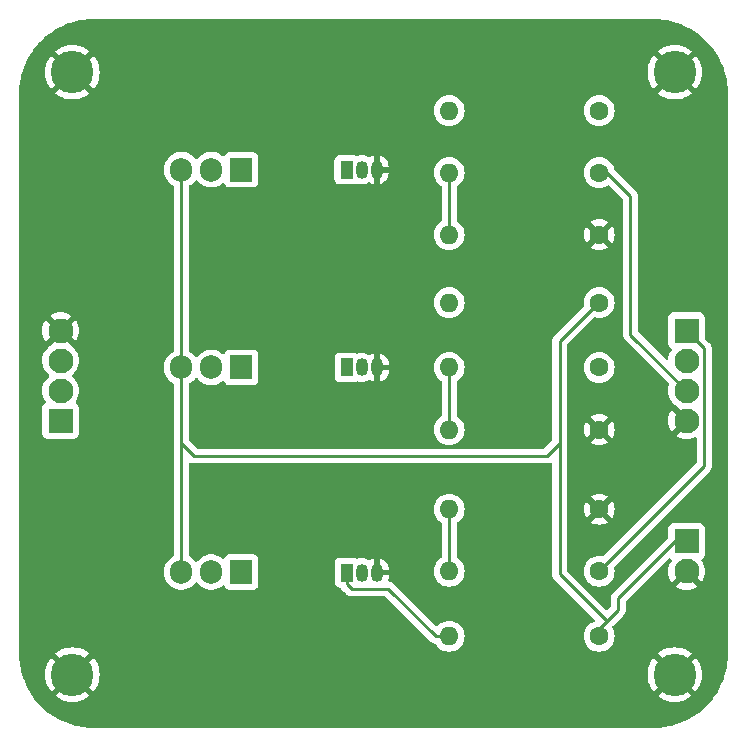
<source format=gbr>
%TF.GenerationSoftware,KiCad,Pcbnew,7.0.8*%
%TF.CreationDate,2023-11-20T10:49:13-05:00*%
%TF.ProjectId,StackLight,53746163-6b4c-4696-9768-742e6b696361,rev?*%
%TF.SameCoordinates,Original*%
%TF.FileFunction,Copper,L2,Bot*%
%TF.FilePolarity,Positive*%
%FSLAX46Y46*%
G04 Gerber Fmt 4.6, Leading zero omitted, Abs format (unit mm)*
G04 Created by KiCad (PCBNEW 7.0.8) date 2023-11-20 10:49:13*
%MOMM*%
%LPD*%
G01*
G04 APERTURE LIST*
%TA.AperFunction,ComponentPad*%
%ADD10R,1.905000X2.000000*%
%TD*%
%TA.AperFunction,ComponentPad*%
%ADD11O,1.905000X2.000000*%
%TD*%
%TA.AperFunction,ComponentPad*%
%ADD12C,3.600000*%
%TD*%
%TA.AperFunction,ComponentPad*%
%ADD13C,1.600000*%
%TD*%
%TA.AperFunction,ComponentPad*%
%ADD14O,1.600000X1.600000*%
%TD*%
%TA.AperFunction,ComponentPad*%
%ADD15R,1.050000X1.500000*%
%TD*%
%TA.AperFunction,ComponentPad*%
%ADD16O,1.050000X1.500000*%
%TD*%
%TA.AperFunction,ComponentPad*%
%ADD17R,2.100000X2.100000*%
%TD*%
%TA.AperFunction,ComponentPad*%
%ADD18C,2.100000*%
%TD*%
%TA.AperFunction,Conductor*%
%ADD19C,0.250000*%
%TD*%
G04 APERTURE END LIST*
D10*
%TO.P,Q4,1,G*%
%TO.N,Net-(Q3-D)*%
X124550000Y-97250000D03*
D11*
%TO.P,Q4,2,D*%
%TO.N,LED_2*%
X122010000Y-97250000D03*
%TO.P,Q4,3,S*%
%TO.N,+12V*%
X119470000Y-97250000D03*
%TD*%
D12*
%TO.P,H2,1,1*%
%TO.N,LED_GND*%
X161250000Y-72250000D03*
%TD*%
D13*
%TO.P,R5,1*%
%TO.N,ARD_2*%
X154850000Y-97250000D03*
D14*
%TO.P,R5,2*%
%TO.N,Net-(Q3-G)*%
X142150000Y-97250000D03*
%TD*%
D15*
%TO.P,Q1,1,D*%
%TO.N,Net-(Q1-D)*%
X133480000Y-114610000D03*
D16*
%TO.P,Q1,2,G*%
%TO.N,Net-(Q1-G)*%
X134750000Y-114610000D03*
%TO.P,Q1,3,S*%
%TO.N,LED_GND*%
X136020000Y-114610000D03*
%TD*%
D13*
%TO.P,R3,1*%
%TO.N,LED_GND*%
X154850000Y-109250000D03*
D14*
%TO.P,R3,2*%
%TO.N,Net-(Q1-G)*%
X142150000Y-109250000D03*
%TD*%
D10*
%TO.P,Q6,1,G*%
%TO.N,Net-(Q5-D)*%
X124550000Y-80500000D03*
D11*
%TO.P,Q6,2,D*%
%TO.N,LED_3*%
X122010000Y-80500000D03*
%TO.P,Q6,3,S*%
%TO.N,+12V*%
X119470000Y-80500000D03*
%TD*%
D12*
%TO.P,H3,1,1*%
%TO.N,LED_GND*%
X110250000Y-123250000D03*
%TD*%
%TO.P,H1,1,1*%
%TO.N,LED_GND*%
X110250000Y-72250000D03*
%TD*%
D17*
%TO.P,J3,1,Pin_1*%
%TO.N,+12V*%
X162250000Y-111980000D03*
D18*
%TO.P,J3,2,Pin_2*%
%TO.N,LED_GND*%
X162250000Y-114520000D03*
%TD*%
D13*
%TO.P,R8,1*%
%TO.N,ARD_3*%
X154850000Y-80750000D03*
D14*
%TO.P,R8,2*%
%TO.N,Net-(Q5-G)*%
X142150000Y-80750000D03*
%TD*%
D15*
%TO.P,Q3,1,D*%
%TO.N,Net-(Q3-D)*%
X133480000Y-97250000D03*
D16*
%TO.P,Q3,2,G*%
%TO.N,Net-(Q3-G)*%
X134750000Y-97250000D03*
%TO.P,Q3,3,S*%
%TO.N,LED_GND*%
X136020000Y-97250000D03*
%TD*%
D13*
%TO.P,R6,1*%
%TO.N,+12V*%
X154850000Y-91750000D03*
D14*
%TO.P,R6,2*%
%TO.N,Net-(Q3-D)*%
X142150000Y-91750000D03*
%TD*%
D15*
%TO.P,Q5,1,D*%
%TO.N,Net-(Q5-D)*%
X133460000Y-80500000D03*
D16*
%TO.P,Q5,2,G*%
%TO.N,Net-(Q5-G)*%
X134730000Y-80500000D03*
%TO.P,Q5,3,S*%
%TO.N,LED_GND*%
X136000000Y-80500000D03*
%TD*%
D13*
%TO.P,R9,1*%
%TO.N,+12V*%
X154850000Y-75500000D03*
D14*
%TO.P,R9,2*%
%TO.N,Net-(Q5-D)*%
X142150000Y-75500000D03*
%TD*%
D17*
%TO.P,J2,1,Pin_1*%
%TO.N,LED_1*%
X109250000Y-101740000D03*
D18*
%TO.P,J2,2,Pin_2*%
%TO.N,LED_2*%
X109250000Y-99200000D03*
%TO.P,J2,3,Pin_3*%
%TO.N,LED_3*%
X109250000Y-96660000D03*
%TO.P,J2,4,Pin_4*%
%TO.N,LED_GND*%
X109250000Y-94120000D03*
%TD*%
D13*
%TO.P,R7,1*%
%TO.N,LED_GND*%
X154850000Y-86000000D03*
D14*
%TO.P,R7,2*%
%TO.N,Net-(Q5-G)*%
X142150000Y-86000000D03*
%TD*%
D10*
%TO.P,Q2,1,G*%
%TO.N,Net-(Q1-D)*%
X124540000Y-114555000D03*
D11*
%TO.P,Q2,2,D*%
%TO.N,LED_1*%
X122000000Y-114555000D03*
%TO.P,Q2,3,S*%
%TO.N,+12V*%
X119460000Y-114555000D03*
%TD*%
D17*
%TO.P,J1,1,Pin_1*%
%TO.N,ARD_1*%
X162250000Y-94130000D03*
D18*
%TO.P,J1,2,Pin_2*%
%TO.N,ARD_2*%
X162250000Y-96670000D03*
%TO.P,J1,3,Pin_3*%
%TO.N,ARD_3*%
X162250000Y-99210000D03*
%TO.P,J1,4,Pin_4*%
%TO.N,LED_GND*%
X162250000Y-101750000D03*
%TD*%
D13*
%TO.P,R2,1*%
%TO.N,ARD_1*%
X154850000Y-114500000D03*
D14*
%TO.P,R2,2*%
%TO.N,Net-(Q1-G)*%
X142150000Y-114500000D03*
%TD*%
D12*
%TO.P,H4,1,1*%
%TO.N,LED_GND*%
X161250000Y-123250000D03*
%TD*%
D13*
%TO.P,R1,1*%
%TO.N,+12V*%
X154850000Y-120000000D03*
D14*
%TO.P,R1,2*%
%TO.N,Net-(Q1-D)*%
X142150000Y-120000000D03*
%TD*%
D13*
%TO.P,R4,1*%
%TO.N,LED_GND*%
X154850000Y-102500000D03*
D14*
%TO.P,R4,2*%
%TO.N,Net-(Q3-G)*%
X142150000Y-102500000D03*
%TD*%
D19*
%TO.N,Net-(Q1-D)*%
X133480000Y-115590000D02*
X133480000Y-114610000D01*
X142150000Y-120000000D02*
X141000000Y-120000000D01*
X137000000Y-116000000D02*
X133890000Y-116000000D01*
X141000000Y-120000000D02*
X137000000Y-116000000D01*
X133890000Y-116000000D02*
X133480000Y-115590000D01*
%TO.N,Net-(Q1-G)*%
X142150000Y-114500000D02*
X142150000Y-109250000D01*
%TO.N,+12V*%
X151500000Y-103653000D02*
X151500000Y-95000000D01*
X156469000Y-117761000D02*
X155490000Y-118740000D01*
X151500000Y-103653000D02*
X150403000Y-104750000D01*
X151500000Y-114750000D02*
X151500000Y-103653000D01*
X120557000Y-104750000D02*
X119460000Y-103653000D01*
X151500000Y-95000000D02*
X154750000Y-91750000D01*
X162250000Y-111980000D02*
X161270000Y-111980000D01*
X119460000Y-114555000D02*
X119460000Y-103653000D01*
X150403000Y-104750000D02*
X120557000Y-104750000D01*
X119460000Y-103653000D02*
X119460000Y-80540000D01*
X161270000Y-111980000D02*
X156469000Y-116781000D01*
X155490000Y-118740000D02*
X151500000Y-114750000D01*
X155490000Y-118740000D02*
X154850000Y-119380000D01*
X156469000Y-116781000D02*
X156469000Y-117761000D01*
%TO.N,Net-(Q3-G)*%
X142150000Y-102500000D02*
X142150000Y-97250000D01*
%TO.N,Net-(Q5-G)*%
X142150000Y-86000000D02*
X142150000Y-80750000D01*
%TO.N,ARD_1*%
X163750000Y-95630000D02*
X163750000Y-105600000D01*
X162250000Y-94130000D02*
X163750000Y-95630000D01*
X163750000Y-105600000D02*
X154850000Y-114500000D01*
%TO.N,ARD_3*%
X162250000Y-99210000D02*
X157500000Y-94460000D01*
X157500000Y-82750000D02*
X155500000Y-80750000D01*
X157500000Y-94460000D02*
X157500000Y-82750000D01*
%TD*%
%TA.AperFunction,Conductor*%
%TO.N,LED_GND*%
G36*
X159767096Y-67760494D02*
G01*
X159969910Y-67768463D01*
X159974365Y-67768801D01*
X160225846Y-67797137D01*
X160445839Y-67823175D01*
X160450005Y-67823814D01*
X160695240Y-67870215D01*
X160916156Y-67914159D01*
X160920055Y-67915068D01*
X161159704Y-67979282D01*
X161378081Y-68040871D01*
X161381697Y-68042013D01*
X161536351Y-68096129D01*
X161615146Y-68123701D01*
X161657908Y-68139476D01*
X161828944Y-68202575D01*
X161832242Y-68203902D01*
X162058563Y-68302645D01*
X162266050Y-68398297D01*
X162269008Y-68399759D01*
X162401854Y-68469970D01*
X162487153Y-68515052D01*
X162686875Y-68626902D01*
X162689536Y-68628482D01*
X162898335Y-68759679D01*
X163088911Y-68887018D01*
X163091283Y-68888684D01*
X163289656Y-69035091D01*
X163470909Y-69177978D01*
X163658803Y-69339675D01*
X163828343Y-69496395D01*
X164003604Y-69671656D01*
X164160324Y-69841196D01*
X164322021Y-70029090D01*
X164464908Y-70210343D01*
X164611314Y-70408715D01*
X164612980Y-70411087D01*
X164740320Y-70601664D01*
X164871516Y-70810462D01*
X164873111Y-70813148D01*
X164891978Y-70846837D01*
X164984946Y-71012844D01*
X165100220Y-71230952D01*
X165101710Y-71233967D01*
X165197354Y-71441436D01*
X165296096Y-71667756D01*
X165297438Y-71671091D01*
X165376298Y-71884853D01*
X165457977Y-72118277D01*
X165459129Y-72121926D01*
X165520727Y-72340332D01*
X165584927Y-72579933D01*
X165585849Y-72583885D01*
X165629799Y-72804840D01*
X165676175Y-73049939D01*
X165676826Y-73054180D01*
X165702870Y-73274219D01*
X165731195Y-73525620D01*
X165731538Y-73530128D01*
X165739512Y-73733077D01*
X165749500Y-74000000D01*
X165749500Y-121500000D01*
X165739512Y-121766922D01*
X165731538Y-121969870D01*
X165731195Y-121974378D01*
X165702870Y-122225780D01*
X165676826Y-122445818D01*
X165676175Y-122450058D01*
X165629799Y-122695159D01*
X165585848Y-122916113D01*
X165584927Y-122920065D01*
X165520727Y-123159667D01*
X165459129Y-123378072D01*
X165457977Y-123381721D01*
X165376298Y-123615146D01*
X165297438Y-123828907D01*
X165296096Y-123832242D01*
X165197354Y-124058563D01*
X165101710Y-124266032D01*
X165100220Y-124269046D01*
X164984946Y-124487155D01*
X164873114Y-124686845D01*
X164871516Y-124689536D01*
X164740320Y-124898335D01*
X164612980Y-125088911D01*
X164611314Y-125091283D01*
X164464908Y-125289656D01*
X164322021Y-125470909D01*
X164160324Y-125658803D01*
X164003604Y-125828343D01*
X163828343Y-126003604D01*
X163658803Y-126160324D01*
X163470909Y-126322021D01*
X163289656Y-126464908D01*
X163091283Y-126611314D01*
X163088911Y-126612980D01*
X162898335Y-126740320D01*
X162689536Y-126871516D01*
X162686845Y-126873114D01*
X162487155Y-126984946D01*
X162269046Y-127100220D01*
X162266032Y-127101710D01*
X162058563Y-127197354D01*
X161832242Y-127296096D01*
X161828907Y-127297438D01*
X161615146Y-127376298D01*
X161381721Y-127457977D01*
X161378072Y-127459129D01*
X161159667Y-127520727D01*
X160920065Y-127584927D01*
X160916113Y-127585848D01*
X160695159Y-127629799D01*
X160450058Y-127676175D01*
X160445818Y-127676826D01*
X160225780Y-127702870D01*
X159974378Y-127731195D01*
X159969870Y-127731538D01*
X159766922Y-127739512D01*
X159500000Y-127749500D01*
X112000000Y-127749500D01*
X111733077Y-127739512D01*
X111530128Y-127731538D01*
X111525620Y-127731195D01*
X111274219Y-127702870D01*
X111054180Y-127676826D01*
X111049946Y-127676176D01*
X110976887Y-127662352D01*
X110804840Y-127629799D01*
X110583885Y-127585849D01*
X110579933Y-127584927D01*
X110340332Y-127520727D01*
X110121926Y-127459129D01*
X110118277Y-127457977D01*
X109884853Y-127376298D01*
X109671091Y-127297438D01*
X109667756Y-127296096D01*
X109441436Y-127197354D01*
X109233967Y-127101710D01*
X109230962Y-127100225D01*
X109131037Y-127047413D01*
X109012844Y-126984946D01*
X108813153Y-126873114D01*
X108810462Y-126871516D01*
X108601664Y-126740320D01*
X108411087Y-126612980D01*
X108408715Y-126611314D01*
X108210343Y-126464908D01*
X108029090Y-126322021D01*
X107841196Y-126160324D01*
X107671656Y-126003604D01*
X107496395Y-125828343D01*
X107339675Y-125658803D01*
X107177978Y-125470909D01*
X107035091Y-125289656D01*
X106888684Y-125091283D01*
X106887018Y-125088911D01*
X106759679Y-124898335D01*
X106628482Y-124689536D01*
X106626902Y-124686875D01*
X106515052Y-124487153D01*
X106514795Y-124486667D01*
X106399759Y-124269008D01*
X106398297Y-124266050D01*
X106302645Y-124058563D01*
X106203902Y-123832242D01*
X106202575Y-123828944D01*
X106123701Y-123615146D01*
X106083783Y-123501069D01*
X106042013Y-123381698D01*
X106040869Y-123378072D01*
X106004749Y-123250000D01*
X107945065Y-123250000D01*
X107964784Y-123550852D01*
X107964786Y-123550864D01*
X108023602Y-123846553D01*
X108023607Y-123846573D01*
X108120514Y-124132052D01*
X108120518Y-124132062D01*
X108253868Y-124402469D01*
X108421371Y-124653155D01*
X108421374Y-124653159D01*
X108454973Y-124691470D01*
X108454974Y-124691470D01*
X108952265Y-124194179D01*
X109115130Y-124384870D01*
X109305819Y-124547733D01*
X108808528Y-125045024D01*
X108808528Y-125045025D01*
X108846840Y-125078625D01*
X108846844Y-125078628D01*
X109097530Y-125246131D01*
X109367937Y-125379481D01*
X109367947Y-125379485D01*
X109653426Y-125476392D01*
X109653446Y-125476397D01*
X109949135Y-125535213D01*
X109949147Y-125535215D01*
X110250000Y-125554934D01*
X110550852Y-125535215D01*
X110550864Y-125535213D01*
X110846553Y-125476397D01*
X110846573Y-125476392D01*
X111132052Y-125379485D01*
X111132062Y-125379481D01*
X111402469Y-125246131D01*
X111653157Y-125078627D01*
X111691470Y-125045025D01*
X111691470Y-125045023D01*
X111194180Y-124547733D01*
X111384870Y-124384870D01*
X111547733Y-124194180D01*
X112045023Y-124691470D01*
X112045025Y-124691470D01*
X112078627Y-124653157D01*
X112246131Y-124402469D01*
X112379481Y-124132062D01*
X112379485Y-124132052D01*
X112476392Y-123846573D01*
X112476397Y-123846553D01*
X112535213Y-123550864D01*
X112535215Y-123550852D01*
X112554934Y-123250000D01*
X158945065Y-123250000D01*
X158964784Y-123550852D01*
X158964786Y-123550864D01*
X159023602Y-123846553D01*
X159023607Y-123846573D01*
X159120514Y-124132052D01*
X159120518Y-124132062D01*
X159253868Y-124402469D01*
X159421371Y-124653155D01*
X159421374Y-124653159D01*
X159454973Y-124691470D01*
X159454974Y-124691470D01*
X159952265Y-124194179D01*
X160115130Y-124384870D01*
X160305819Y-124547733D01*
X159808528Y-125045024D01*
X159808528Y-125045025D01*
X159846840Y-125078625D01*
X159846844Y-125078628D01*
X160097530Y-125246131D01*
X160367937Y-125379481D01*
X160367947Y-125379485D01*
X160653426Y-125476392D01*
X160653446Y-125476397D01*
X160949135Y-125535213D01*
X160949147Y-125535215D01*
X161250000Y-125554934D01*
X161550852Y-125535215D01*
X161550864Y-125535213D01*
X161846553Y-125476397D01*
X161846573Y-125476392D01*
X162132052Y-125379485D01*
X162132062Y-125379481D01*
X162402469Y-125246131D01*
X162653157Y-125078627D01*
X162691470Y-125045025D01*
X162691470Y-125045023D01*
X162194180Y-124547733D01*
X162384870Y-124384870D01*
X162547733Y-124194180D01*
X163045023Y-124691470D01*
X163045025Y-124691470D01*
X163078627Y-124653157D01*
X163246131Y-124402469D01*
X163379481Y-124132062D01*
X163379485Y-124132052D01*
X163476392Y-123846573D01*
X163476397Y-123846553D01*
X163535213Y-123550864D01*
X163535215Y-123550852D01*
X163554934Y-123250000D01*
X163535215Y-122949147D01*
X163535213Y-122949135D01*
X163476397Y-122653446D01*
X163476393Y-122653431D01*
X163379483Y-122367944D01*
X163379474Y-122367923D01*
X163246129Y-122097528D01*
X163078633Y-121846851D01*
X163078625Y-121846840D01*
X163045025Y-121808528D01*
X163045024Y-121808528D01*
X162547733Y-122305819D01*
X162384870Y-122115130D01*
X162194179Y-121952265D01*
X162691470Y-121454974D01*
X162691470Y-121454973D01*
X162653159Y-121421374D01*
X162653155Y-121421371D01*
X162402469Y-121253868D01*
X162132062Y-121120518D01*
X162132052Y-121120514D01*
X161846573Y-121023607D01*
X161846553Y-121023602D01*
X161550864Y-120964786D01*
X161550852Y-120964784D01*
X161250000Y-120945065D01*
X160949147Y-120964784D01*
X160949135Y-120964786D01*
X160653446Y-121023602D01*
X160653431Y-121023606D01*
X160367944Y-121120516D01*
X160367923Y-121120525D01*
X160097528Y-121253870D01*
X159846844Y-121421370D01*
X159846837Y-121421376D01*
X159808528Y-121454972D01*
X159808527Y-121454974D01*
X160305819Y-121952266D01*
X160115130Y-122115130D01*
X159952266Y-122305819D01*
X159454974Y-121808527D01*
X159454972Y-121808528D01*
X159421376Y-121846837D01*
X159421370Y-121846844D01*
X159253870Y-122097528D01*
X159120525Y-122367923D01*
X159120516Y-122367944D01*
X159023606Y-122653431D01*
X159023602Y-122653446D01*
X158964786Y-122949135D01*
X158964784Y-122949147D01*
X158945065Y-123250000D01*
X112554934Y-123250000D01*
X112535215Y-122949147D01*
X112535213Y-122949135D01*
X112476397Y-122653446D01*
X112476393Y-122653431D01*
X112379483Y-122367944D01*
X112379474Y-122367923D01*
X112246129Y-122097528D01*
X112078633Y-121846851D01*
X112078625Y-121846840D01*
X112045025Y-121808528D01*
X112045024Y-121808528D01*
X111547733Y-122305819D01*
X111384870Y-122115130D01*
X111194179Y-121952265D01*
X111691470Y-121454974D01*
X111691470Y-121454973D01*
X111653159Y-121421374D01*
X111653155Y-121421371D01*
X111402469Y-121253868D01*
X111132062Y-121120518D01*
X111132052Y-121120514D01*
X110846573Y-121023607D01*
X110846553Y-121023602D01*
X110550864Y-120964786D01*
X110550852Y-120964784D01*
X110250000Y-120945065D01*
X109949147Y-120964784D01*
X109949135Y-120964786D01*
X109653446Y-121023602D01*
X109653431Y-121023606D01*
X109367944Y-121120516D01*
X109367923Y-121120525D01*
X109097528Y-121253870D01*
X108846844Y-121421370D01*
X108846837Y-121421376D01*
X108808528Y-121454972D01*
X108808527Y-121454974D01*
X109305819Y-121952266D01*
X109115130Y-122115130D01*
X108952266Y-122305819D01*
X108454974Y-121808527D01*
X108454972Y-121808528D01*
X108421376Y-121846837D01*
X108421370Y-121846844D01*
X108253870Y-122097528D01*
X108120525Y-122367923D01*
X108120516Y-122367944D01*
X108023606Y-122653431D01*
X108023602Y-122653446D01*
X107964786Y-122949135D01*
X107964784Y-122949147D01*
X107945065Y-123250000D01*
X106004749Y-123250000D01*
X105979282Y-123159704D01*
X105915068Y-122920055D01*
X105914159Y-122916156D01*
X105870215Y-122695240D01*
X105823814Y-122450005D01*
X105823175Y-122445839D01*
X105797137Y-122225846D01*
X105768801Y-121974365D01*
X105768463Y-121969910D01*
X105760494Y-121767096D01*
X105750500Y-121500000D01*
X105750500Y-121499500D01*
X105750500Y-114662598D01*
X118007000Y-114662598D01*
X118021904Y-114842472D01*
X118081017Y-115075905D01*
X118127373Y-115181587D01*
X118177745Y-115296422D01*
X118309449Y-115498010D01*
X118472537Y-115675171D01*
X118662561Y-115823072D01*
X118874336Y-115937679D01*
X118987176Y-115976417D01*
X119102083Y-116015865D01*
X119102085Y-116015865D01*
X119102087Y-116015866D01*
X119339601Y-116055500D01*
X119339602Y-116055500D01*
X119580398Y-116055500D01*
X119580399Y-116055500D01*
X119817913Y-116015866D01*
X120045664Y-115937679D01*
X120257439Y-115823072D01*
X120447463Y-115675171D01*
X120610551Y-115498010D01*
X120626190Y-115474071D01*
X120679336Y-115428714D01*
X120748567Y-115419290D01*
X120811904Y-115448791D01*
X120833808Y-115474070D01*
X120849449Y-115498010D01*
X121012537Y-115675171D01*
X121202561Y-115823072D01*
X121414336Y-115937679D01*
X121527176Y-115976417D01*
X121642083Y-116015865D01*
X121642085Y-116015865D01*
X121642087Y-116015866D01*
X121879601Y-116055500D01*
X121879602Y-116055500D01*
X122120398Y-116055500D01*
X122120399Y-116055500D01*
X122357913Y-116015866D01*
X122585664Y-115937679D01*
X122797439Y-115823072D01*
X122939931Y-115712165D01*
X123004923Y-115686524D01*
X123073463Y-115700090D01*
X123123788Y-115748558D01*
X123132274Y-115766687D01*
X123143702Y-115797328D01*
X123143706Y-115797335D01*
X123229952Y-115912544D01*
X123229955Y-115912547D01*
X123345164Y-115998793D01*
X123345171Y-115998797D01*
X123480017Y-116049091D01*
X123480016Y-116049091D01*
X123486944Y-116049835D01*
X123539627Y-116055500D01*
X125540372Y-116055499D01*
X125599983Y-116049091D01*
X125734831Y-115998796D01*
X125850046Y-115912546D01*
X125936296Y-115797331D01*
X125986591Y-115662483D01*
X125993000Y-115602873D01*
X125993000Y-115407870D01*
X132454500Y-115407870D01*
X132454501Y-115407876D01*
X132460908Y-115467483D01*
X132511202Y-115602328D01*
X132511206Y-115602335D01*
X132597452Y-115717544D01*
X132597455Y-115717547D01*
X132712664Y-115803793D01*
X132712671Y-115803797D01*
X132757618Y-115820561D01*
X132847517Y-115854091D01*
X132848335Y-115854178D01*
X132848929Y-115854425D01*
X132855062Y-115855874D01*
X132854827Y-115856867D01*
X132912884Y-115880916D01*
X132935397Y-115904582D01*
X132954897Y-115931422D01*
X132958106Y-115936306D01*
X132981828Y-115976417D01*
X132981833Y-115976424D01*
X132995990Y-115990580D01*
X133008628Y-116005376D01*
X133020405Y-116021586D01*
X133020406Y-116021587D01*
X133056309Y-116051288D01*
X133060620Y-116055210D01*
X133285609Y-116280199D01*
X133389194Y-116383784D01*
X133399019Y-116396048D01*
X133399240Y-116395866D01*
X133404210Y-116401873D01*
X133404213Y-116401876D01*
X133404214Y-116401877D01*
X133454651Y-116449241D01*
X133475530Y-116470120D01*
X133481004Y-116474366D01*
X133485442Y-116478156D01*
X133519418Y-116510062D01*
X133519422Y-116510064D01*
X133536973Y-116519713D01*
X133553231Y-116530392D01*
X133569064Y-116542674D01*
X133583471Y-116548908D01*
X133611837Y-116561183D01*
X133617081Y-116563752D01*
X133657908Y-116586197D01*
X133677312Y-116591179D01*
X133695710Y-116597478D01*
X133714105Y-116605438D01*
X133760129Y-116612726D01*
X133765832Y-116613907D01*
X133810981Y-116625500D01*
X133831016Y-116625500D01*
X133850413Y-116627026D01*
X133870196Y-116630160D01*
X133916584Y-116625775D01*
X133922422Y-116625500D01*
X136689548Y-116625500D01*
X136756587Y-116645185D01*
X136777229Y-116661819D01*
X140499197Y-120383788D01*
X140509022Y-120396051D01*
X140509243Y-120395869D01*
X140514214Y-120401878D01*
X140540217Y-120426295D01*
X140564635Y-120449226D01*
X140585529Y-120470120D01*
X140591011Y-120474373D01*
X140595443Y-120478157D01*
X140629418Y-120510062D01*
X140646976Y-120519714D01*
X140663235Y-120530395D01*
X140679064Y-120542673D01*
X140721838Y-120561182D01*
X140727056Y-120563738D01*
X140767908Y-120586197D01*
X140787316Y-120591180D01*
X140805717Y-120597480D01*
X140824104Y-120605437D01*
X140867488Y-120612308D01*
X140870119Y-120612725D01*
X140875839Y-120613909D01*
X140920981Y-120625500D01*
X140935813Y-120625500D01*
X141002852Y-120645185D01*
X141037385Y-120678374D01*
X141110475Y-120782758D01*
X141149954Y-120839141D01*
X141310858Y-121000045D01*
X141310861Y-121000047D01*
X141497266Y-121130568D01*
X141703504Y-121226739D01*
X141923308Y-121285635D01*
X142085230Y-121299801D01*
X142149998Y-121305468D01*
X142150000Y-121305468D01*
X142150002Y-121305468D01*
X142206673Y-121300509D01*
X142376692Y-121285635D01*
X142596496Y-121226739D01*
X142802734Y-121130568D01*
X142989139Y-121000047D01*
X143150047Y-120839139D01*
X143280568Y-120652734D01*
X143376739Y-120446496D01*
X143435635Y-120226692D01*
X143455468Y-120000000D01*
X143435635Y-119773308D01*
X143376739Y-119553504D01*
X143280568Y-119347266D01*
X143150047Y-119160861D01*
X143150045Y-119160858D01*
X142989141Y-118999954D01*
X142802734Y-118869432D01*
X142802732Y-118869431D01*
X142596497Y-118773261D01*
X142596488Y-118773258D01*
X142376697Y-118714366D01*
X142376693Y-118714365D01*
X142376692Y-118714365D01*
X142376691Y-118714364D01*
X142376686Y-118714364D01*
X142150002Y-118694532D01*
X142149998Y-118694532D01*
X141923313Y-118714364D01*
X141923302Y-118714366D01*
X141703511Y-118773258D01*
X141703502Y-118773261D01*
X141497267Y-118869431D01*
X141497265Y-118869432D01*
X141310858Y-118999954D01*
X141185383Y-119125430D01*
X141124060Y-119158915D01*
X141054368Y-119153931D01*
X141010021Y-119125430D01*
X137500803Y-115616212D01*
X137490980Y-115603950D01*
X137490759Y-115604134D01*
X137485786Y-115598123D01*
X137435364Y-115550773D01*
X137424919Y-115540328D01*
X137414475Y-115529883D01*
X137408986Y-115525625D01*
X137404561Y-115521847D01*
X137370582Y-115489938D01*
X137370580Y-115489936D01*
X137370577Y-115489935D01*
X137353029Y-115480288D01*
X137336763Y-115469604D01*
X137320933Y-115457325D01*
X137278168Y-115438818D01*
X137272922Y-115436248D01*
X137232093Y-115413803D01*
X137232092Y-115413802D01*
X137212693Y-115408822D01*
X137194281Y-115402518D01*
X137175898Y-115394562D01*
X137175892Y-115394560D01*
X137129874Y-115387272D01*
X137124152Y-115386087D01*
X137079011Y-115374497D01*
X137078822Y-115374474D01*
X137078684Y-115374413D01*
X137071463Y-115372560D01*
X137071762Y-115371394D01*
X137014780Y-115346538D01*
X136976008Y-115288413D01*
X136974816Y-115218553D01*
X136975712Y-115215457D01*
X137030169Y-115035937D01*
X137045000Y-114885357D01*
X137045000Y-114860000D01*
X136299560Y-114860000D01*
X136338278Y-114817941D01*
X136388551Y-114703330D01*
X136398886Y-114578605D01*
X136378981Y-114500001D01*
X140844532Y-114500001D01*
X140864364Y-114726686D01*
X140864366Y-114726697D01*
X140923258Y-114946488D01*
X140923261Y-114946497D01*
X141019431Y-115152732D01*
X141019432Y-115152734D01*
X141149954Y-115339141D01*
X141310858Y-115500045D01*
X141353467Y-115529880D01*
X141497266Y-115630568D01*
X141703504Y-115726739D01*
X141923308Y-115785635D01*
X142085230Y-115799801D01*
X142149998Y-115805468D01*
X142150000Y-115805468D01*
X142150002Y-115805468D01*
X142206673Y-115800509D01*
X142376692Y-115785635D01*
X142596496Y-115726739D01*
X142802734Y-115630568D01*
X142989139Y-115500047D01*
X143150047Y-115339139D01*
X143280568Y-115152734D01*
X143376739Y-114946496D01*
X143435635Y-114726692D01*
X143455468Y-114500000D01*
X143435635Y-114273308D01*
X143376739Y-114053504D01*
X143280568Y-113847266D01*
X143150047Y-113660861D01*
X143150045Y-113660858D01*
X142989140Y-113499953D01*
X142828377Y-113387386D01*
X142784752Y-113332809D01*
X142775500Y-113285811D01*
X142775500Y-110464188D01*
X142795185Y-110397149D01*
X142828377Y-110362613D01*
X142876836Y-110328681D01*
X142989139Y-110250047D01*
X143150047Y-110089139D01*
X143280568Y-109902734D01*
X143376739Y-109696496D01*
X143435635Y-109476692D01*
X143455468Y-109250000D01*
X143435635Y-109023308D01*
X143376739Y-108803504D01*
X143280568Y-108597266D01*
X143150047Y-108410861D01*
X143150045Y-108410858D01*
X142989141Y-108249954D01*
X142802734Y-108119432D01*
X142802732Y-108119431D01*
X142596497Y-108023261D01*
X142596488Y-108023258D01*
X142376697Y-107964366D01*
X142376693Y-107964365D01*
X142376692Y-107964365D01*
X142376691Y-107964364D01*
X142376686Y-107964364D01*
X142150002Y-107944532D01*
X142149998Y-107944532D01*
X141923313Y-107964364D01*
X141923302Y-107964366D01*
X141703511Y-108023258D01*
X141703502Y-108023261D01*
X141497267Y-108119431D01*
X141497265Y-108119432D01*
X141310858Y-108249954D01*
X141149954Y-108410858D01*
X141019432Y-108597265D01*
X141019431Y-108597267D01*
X140923261Y-108803502D01*
X140923258Y-108803511D01*
X140864366Y-109023302D01*
X140864364Y-109023313D01*
X140844532Y-109249998D01*
X140844532Y-109250001D01*
X140864364Y-109476686D01*
X140864366Y-109476697D01*
X140923258Y-109696488D01*
X140923261Y-109696497D01*
X141019431Y-109902732D01*
X141019432Y-109902734D01*
X141149954Y-110089141D01*
X141310858Y-110250045D01*
X141471623Y-110362613D01*
X141515248Y-110417189D01*
X141524500Y-110464188D01*
X141524500Y-113285811D01*
X141504815Y-113352850D01*
X141471623Y-113387386D01*
X141310859Y-113499953D01*
X141149954Y-113660858D01*
X141019432Y-113847265D01*
X141019431Y-113847267D01*
X140923261Y-114053502D01*
X140923258Y-114053511D01*
X140864366Y-114273302D01*
X140864364Y-114273313D01*
X140844532Y-114499998D01*
X140844532Y-114500001D01*
X136378981Y-114500001D01*
X136368163Y-114457281D01*
X136304606Y-114360000D01*
X137045000Y-114360000D01*
X137045000Y-114334642D01*
X137030170Y-114184067D01*
X136971556Y-113990845D01*
X136876384Y-113812790D01*
X136876379Y-113812784D01*
X136748292Y-113656707D01*
X136592215Y-113528620D01*
X136592209Y-113528615D01*
X136414150Y-113433441D01*
X136270000Y-113389712D01*
X136270000Y-114329382D01*
X136200948Y-114275637D01*
X136082576Y-114235000D01*
X135988927Y-114235000D01*
X135896554Y-114250414D01*
X135786486Y-114309981D01*
X135774369Y-114323142D01*
X135770299Y-114281808D01*
X135770000Y-114275728D01*
X135770000Y-113389712D01*
X135625849Y-113433441D01*
X135443983Y-113530651D01*
X135375580Y-113544893D01*
X135327077Y-113530651D01*
X135144345Y-113432978D01*
X134951031Y-113374337D01*
X134750000Y-113354538D01*
X134548968Y-113374337D01*
X134427811Y-113411090D01*
X134355659Y-113432977D01*
X134355658Y-113432977D01*
X134354575Y-113433306D01*
X134284708Y-113433929D01*
X134255618Y-113419529D01*
X134255114Y-113420454D01*
X134247328Y-113416202D01*
X134112482Y-113365908D01*
X134112483Y-113365908D01*
X134052883Y-113359501D01*
X134052881Y-113359500D01*
X134052873Y-113359500D01*
X134052864Y-113359500D01*
X132907129Y-113359500D01*
X132907123Y-113359501D01*
X132847516Y-113365908D01*
X132712671Y-113416202D01*
X132712664Y-113416206D01*
X132597455Y-113502452D01*
X132597452Y-113502455D01*
X132511206Y-113617664D01*
X132511202Y-113617671D01*
X132460908Y-113752517D01*
X132454501Y-113812116D01*
X132454500Y-113812135D01*
X132454500Y-115407870D01*
X125993000Y-115407870D01*
X125992999Y-113507128D01*
X125986591Y-113447517D01*
X125981858Y-113434828D01*
X125936297Y-113312671D01*
X125936293Y-113312664D01*
X125850047Y-113197455D01*
X125850044Y-113197452D01*
X125734835Y-113111206D01*
X125734828Y-113111202D01*
X125599982Y-113060908D01*
X125599983Y-113060908D01*
X125540383Y-113054501D01*
X125540381Y-113054500D01*
X125540373Y-113054500D01*
X125540364Y-113054500D01*
X123539629Y-113054500D01*
X123539623Y-113054501D01*
X123480016Y-113060908D01*
X123345171Y-113111202D01*
X123345164Y-113111206D01*
X123229955Y-113197452D01*
X123229952Y-113197455D01*
X123143706Y-113312664D01*
X123143700Y-113312675D01*
X123132273Y-113343313D01*
X123090402Y-113399247D01*
X123024937Y-113423663D01*
X122956664Y-113408811D01*
X122939930Y-113397832D01*
X122797447Y-113286933D01*
X122797441Y-113286929D01*
X122585665Y-113172321D01*
X122585656Y-113172318D01*
X122357916Y-113094134D01*
X122158800Y-113060908D01*
X122120399Y-113054500D01*
X121879601Y-113054500D01*
X121841200Y-113060908D01*
X121642083Y-113094134D01*
X121414343Y-113172318D01*
X121414334Y-113172321D01*
X121202558Y-113286929D01*
X121096559Y-113369432D01*
X121012537Y-113434829D01*
X121012534Y-113434831D01*
X121012534Y-113434832D01*
X120930366Y-113524091D01*
X120849449Y-113611990D01*
X120833808Y-113635931D01*
X120780661Y-113681287D01*
X120711430Y-113690710D01*
X120648094Y-113661207D01*
X120626192Y-113635931D01*
X120610551Y-113611990D01*
X120447463Y-113434829D01*
X120290505Y-113312664D01*
X120257441Y-113286929D01*
X120257432Y-113286923D01*
X120150482Y-113229044D01*
X120100891Y-113179825D01*
X120085500Y-113119990D01*
X120085500Y-105416289D01*
X120105185Y-105349250D01*
X120157989Y-105303495D01*
X120227147Y-105293551D01*
X120258736Y-105302483D01*
X120278846Y-105311186D01*
X120284072Y-105313747D01*
X120324902Y-105336194D01*
X120324904Y-105336195D01*
X120324908Y-105336197D01*
X120344316Y-105341180D01*
X120362717Y-105347480D01*
X120381104Y-105355437D01*
X120424488Y-105362308D01*
X120427119Y-105362725D01*
X120432839Y-105363909D01*
X120477981Y-105375500D01*
X120498016Y-105375500D01*
X120517414Y-105377026D01*
X120537194Y-105380159D01*
X120537195Y-105380160D01*
X120537195Y-105380159D01*
X120537196Y-105380160D01*
X120583584Y-105375775D01*
X120589422Y-105375500D01*
X150320257Y-105375500D01*
X150335877Y-105377224D01*
X150335904Y-105376939D01*
X150343660Y-105377671D01*
X150343667Y-105377673D01*
X150412814Y-105375500D01*
X150442350Y-105375500D01*
X150449228Y-105374630D01*
X150455041Y-105374172D01*
X150501627Y-105372709D01*
X150520869Y-105367117D01*
X150539912Y-105363174D01*
X150559792Y-105360664D01*
X150603122Y-105343507D01*
X150608646Y-105341617D01*
X150612396Y-105340527D01*
X150653390Y-105328618D01*
X150670629Y-105318422D01*
X150688098Y-105309864D01*
X150701038Y-105304740D01*
X150704850Y-105303230D01*
X150774428Y-105296853D01*
X150836409Y-105329104D01*
X150871114Y-105389744D01*
X150874500Y-105418522D01*
X150874500Y-114667255D01*
X150872775Y-114682872D01*
X150873061Y-114682899D01*
X150872326Y-114690665D01*
X150874500Y-114759814D01*
X150874500Y-114789343D01*
X150874501Y-114789360D01*
X150875368Y-114796231D01*
X150875826Y-114802050D01*
X150877290Y-114848624D01*
X150877291Y-114848627D01*
X150882880Y-114867867D01*
X150886824Y-114886911D01*
X150889336Y-114906792D01*
X150905056Y-114946497D01*
X150906490Y-114950119D01*
X150908382Y-114955647D01*
X150921381Y-115000388D01*
X150931580Y-115017634D01*
X150940138Y-115035103D01*
X150947514Y-115053732D01*
X150974898Y-115091423D01*
X150978106Y-115096307D01*
X151001827Y-115136416D01*
X151001833Y-115136424D01*
X151015990Y-115150580D01*
X151028628Y-115165376D01*
X151040405Y-115181586D01*
X151040406Y-115181587D01*
X151076309Y-115211288D01*
X151080620Y-115215210D01*
X153599824Y-117734415D01*
X154438662Y-118573253D01*
X154472147Y-118634576D01*
X154467163Y-118704268D01*
X154425291Y-118760201D01*
X154403386Y-118773316D01*
X154197267Y-118869431D01*
X154197265Y-118869432D01*
X154010858Y-118999954D01*
X153849954Y-119160858D01*
X153719432Y-119347265D01*
X153719431Y-119347267D01*
X153623261Y-119553502D01*
X153623258Y-119553511D01*
X153564366Y-119773302D01*
X153564364Y-119773313D01*
X153544532Y-119999998D01*
X153544532Y-120000001D01*
X153564364Y-120226686D01*
X153564366Y-120226697D01*
X153623258Y-120446488D01*
X153623261Y-120446497D01*
X153719431Y-120652732D01*
X153719432Y-120652734D01*
X153849954Y-120839141D01*
X154010858Y-121000045D01*
X154010861Y-121000047D01*
X154197266Y-121130568D01*
X154403504Y-121226739D01*
X154623308Y-121285635D01*
X154785230Y-121299801D01*
X154849998Y-121305468D01*
X154850000Y-121305468D01*
X154850002Y-121305468D01*
X154906673Y-121300509D01*
X155076692Y-121285635D01*
X155296496Y-121226739D01*
X155502734Y-121130568D01*
X155689139Y-121000047D01*
X155850047Y-120839139D01*
X155980568Y-120652734D01*
X156076739Y-120446496D01*
X156135635Y-120226692D01*
X156155468Y-120000000D01*
X156135635Y-119773308D01*
X156076739Y-119553504D01*
X155980568Y-119347266D01*
X155980567Y-119347264D01*
X155952426Y-119307074D01*
X155930099Y-119240868D01*
X155947110Y-119173100D01*
X155966324Y-119148266D01*
X156018409Y-119096185D01*
X156018652Y-119095936D01*
X156852787Y-118261802D01*
X156865042Y-118251986D01*
X156864859Y-118251764D01*
X156870866Y-118246792D01*
X156870877Y-118246786D01*
X156901775Y-118213882D01*
X156918227Y-118196364D01*
X156928671Y-118185918D01*
X156939120Y-118175471D01*
X156943379Y-118169978D01*
X156947152Y-118165561D01*
X156979062Y-118131582D01*
X156988713Y-118114024D01*
X156999396Y-118097761D01*
X157011673Y-118081936D01*
X157030185Y-118039153D01*
X157032738Y-118033941D01*
X157055197Y-117993092D01*
X157060180Y-117973680D01*
X157066481Y-117955280D01*
X157074437Y-117936896D01*
X157081729Y-117890852D01*
X157082906Y-117885171D01*
X157094500Y-117840019D01*
X157094500Y-117819983D01*
X157096027Y-117800582D01*
X157099160Y-117780804D01*
X157094775Y-117734415D01*
X157094500Y-117728577D01*
X157094500Y-117091451D01*
X157114185Y-117024412D01*
X157130814Y-117003775D01*
X160711915Y-113422673D01*
X160773236Y-113389190D01*
X160842928Y-113394174D01*
X160873901Y-113411087D01*
X160946435Y-113465386D01*
X160988305Y-113521320D01*
X160993289Y-113591012D01*
X160977851Y-113629441D01*
X160864667Y-113814140D01*
X160771303Y-114039542D01*
X160714348Y-114276780D01*
X160695207Y-114520000D01*
X160714348Y-114763219D01*
X160771303Y-115000457D01*
X160864668Y-115225861D01*
X160988504Y-115427942D01*
X161724070Y-114692375D01*
X161726884Y-114705915D01*
X161796442Y-114840156D01*
X161899638Y-114950652D01*
X162028819Y-115029209D01*
X162080002Y-115043549D01*
X161342056Y-115781494D01*
X161544138Y-115905331D01*
X161769542Y-115998696D01*
X162006780Y-116055651D01*
X162006779Y-116055651D01*
X162250000Y-116074792D01*
X162493219Y-116055651D01*
X162730457Y-115998696D01*
X162955861Y-115905331D01*
X163157942Y-115781494D01*
X162421568Y-115045121D01*
X162538458Y-114994349D01*
X162655739Y-114898934D01*
X162742928Y-114775415D01*
X162773354Y-114689802D01*
X163511494Y-115427942D01*
X163635331Y-115225861D01*
X163728696Y-115000457D01*
X163785651Y-114763219D01*
X163804792Y-114520000D01*
X163785651Y-114276780D01*
X163728696Y-114039542D01*
X163635331Y-113814138D01*
X163522149Y-113629442D01*
X163503904Y-113561996D01*
X163525020Y-113495394D01*
X163553560Y-113465389D01*
X163657546Y-113387546D01*
X163743796Y-113272331D01*
X163794091Y-113137483D01*
X163800500Y-113077873D01*
X163800499Y-110882128D01*
X163794091Y-110822517D01*
X163743796Y-110687669D01*
X163743795Y-110687668D01*
X163743793Y-110687664D01*
X163657547Y-110572455D01*
X163657544Y-110572452D01*
X163542335Y-110486206D01*
X163542328Y-110486202D01*
X163407482Y-110435908D01*
X163407483Y-110435908D01*
X163347883Y-110429501D01*
X163347881Y-110429500D01*
X163347873Y-110429500D01*
X163347864Y-110429500D01*
X161152129Y-110429500D01*
X161152123Y-110429501D01*
X161092516Y-110435908D01*
X160957671Y-110486202D01*
X160957664Y-110486206D01*
X160842455Y-110572452D01*
X160842452Y-110572455D01*
X160756206Y-110687664D01*
X160756202Y-110687671D01*
X160705908Y-110822517D01*
X160699501Y-110882116D01*
X160699501Y-110882123D01*
X160699500Y-110882135D01*
X160699500Y-111614546D01*
X160679815Y-111681585D01*
X160663181Y-111702227D01*
X156085208Y-116280199D01*
X156072951Y-116290020D01*
X156073134Y-116290241D01*
X156067123Y-116295213D01*
X156019772Y-116345636D01*
X155998889Y-116366519D01*
X155998877Y-116366532D01*
X155994621Y-116372017D01*
X155990837Y-116376447D01*
X155958937Y-116410418D01*
X155958936Y-116410420D01*
X155949284Y-116427976D01*
X155938610Y-116444226D01*
X155926329Y-116460061D01*
X155926324Y-116460068D01*
X155907815Y-116502838D01*
X155905245Y-116508084D01*
X155882803Y-116548906D01*
X155877822Y-116568307D01*
X155871521Y-116586710D01*
X155863562Y-116605102D01*
X155863561Y-116605105D01*
X155856271Y-116651127D01*
X155855087Y-116656846D01*
X155843501Y-116701972D01*
X155843500Y-116701982D01*
X155843500Y-116722016D01*
X155841973Y-116741415D01*
X155838840Y-116761194D01*
X155838840Y-116761195D01*
X155843225Y-116807583D01*
X155843500Y-116813421D01*
X155843500Y-117450547D01*
X155823815Y-117517586D01*
X155807181Y-117538228D01*
X155577681Y-117767728D01*
X155516358Y-117801213D01*
X155446666Y-117796229D01*
X155402319Y-117767728D01*
X152161819Y-114527228D01*
X152146952Y-114500001D01*
X153544532Y-114500001D01*
X153564364Y-114726686D01*
X153564366Y-114726697D01*
X153623258Y-114946488D01*
X153623261Y-114946497D01*
X153719431Y-115152732D01*
X153719432Y-115152734D01*
X153849954Y-115339141D01*
X154010858Y-115500045D01*
X154053467Y-115529880D01*
X154197266Y-115630568D01*
X154403504Y-115726739D01*
X154623308Y-115785635D01*
X154785230Y-115799801D01*
X154849998Y-115805468D01*
X154850000Y-115805468D01*
X154850002Y-115805468D01*
X154906673Y-115800509D01*
X155076692Y-115785635D01*
X155296496Y-115726739D01*
X155502734Y-115630568D01*
X155689139Y-115500047D01*
X155850047Y-115339139D01*
X155980568Y-115152734D01*
X156076739Y-114946496D01*
X156135635Y-114726692D01*
X156155468Y-114500000D01*
X156135635Y-114273308D01*
X156117318Y-114204947D01*
X156118981Y-114135101D01*
X156149410Y-114085178D01*
X164133786Y-106100802D01*
X164146048Y-106090980D01*
X164145865Y-106090759D01*
X164151867Y-106085792D01*
X164151877Y-106085786D01*
X164199241Y-106035348D01*
X164220120Y-106014470D01*
X164224373Y-106008986D01*
X164228150Y-106004563D01*
X164260062Y-105970582D01*
X164269714Y-105953023D01*
X164280389Y-105936772D01*
X164292674Y-105920936D01*
X164311186Y-105878152D01*
X164313742Y-105872935D01*
X164336197Y-105832092D01*
X164341180Y-105812680D01*
X164347477Y-105794291D01*
X164355438Y-105775895D01*
X164362729Y-105729853D01*
X164363908Y-105724162D01*
X164375500Y-105679019D01*
X164375500Y-105658983D01*
X164377027Y-105639582D01*
X164380160Y-105619804D01*
X164375775Y-105573415D01*
X164375500Y-105567577D01*
X164375500Y-95712737D01*
X164377224Y-95697123D01*
X164376938Y-95697096D01*
X164377672Y-95689333D01*
X164375500Y-95620203D01*
X164375500Y-95590651D01*
X164375500Y-95590650D01*
X164374629Y-95583759D01*
X164374172Y-95577945D01*
X164372709Y-95531373D01*
X164367121Y-95512139D01*
X164363174Y-95493081D01*
X164360664Y-95473208D01*
X164355059Y-95459052D01*
X164343507Y-95429875D01*
X164341614Y-95424346D01*
X164328618Y-95379614D01*
X164328617Y-95379610D01*
X164318420Y-95362368D01*
X164309863Y-95344902D01*
X164302486Y-95326268D01*
X164275083Y-95288550D01*
X164271900Y-95283705D01*
X164248170Y-95243579D01*
X164248165Y-95243573D01*
X164234005Y-95229413D01*
X164221370Y-95214620D01*
X164209593Y-95198412D01*
X164173693Y-95168713D01*
X164169381Y-95164790D01*
X163836818Y-94832227D01*
X163803333Y-94770904D01*
X163800499Y-94744546D01*
X163800499Y-93032129D01*
X163800498Y-93032123D01*
X163800497Y-93032116D01*
X163794091Y-92972517D01*
X163759796Y-92880568D01*
X163743797Y-92837671D01*
X163743793Y-92837664D01*
X163657547Y-92722455D01*
X163657544Y-92722452D01*
X163542335Y-92636206D01*
X163542328Y-92636202D01*
X163407482Y-92585908D01*
X163407483Y-92585908D01*
X163347883Y-92579501D01*
X163347881Y-92579500D01*
X163347873Y-92579500D01*
X163347864Y-92579500D01*
X161152129Y-92579500D01*
X161152123Y-92579501D01*
X161092516Y-92585908D01*
X160957671Y-92636202D01*
X160957664Y-92636206D01*
X160842455Y-92722452D01*
X160842452Y-92722455D01*
X160756206Y-92837664D01*
X160756202Y-92837671D01*
X160705908Y-92972517D01*
X160699501Y-93032116D01*
X160699501Y-93032123D01*
X160699500Y-93032135D01*
X160699500Y-95227870D01*
X160699501Y-95227876D01*
X160705908Y-95287483D01*
X160756202Y-95422328D01*
X160756206Y-95422335D01*
X160842452Y-95537544D01*
X160842455Y-95537547D01*
X160946033Y-95615086D01*
X160987904Y-95671019D01*
X160992888Y-95740711D01*
X160977449Y-95779142D01*
X160864222Y-95963910D01*
X160770830Y-96189380D01*
X160713853Y-96426702D01*
X160708505Y-96494663D01*
X160683621Y-96559951D01*
X160627390Y-96601422D01*
X160557665Y-96605909D01*
X160497206Y-96572615D01*
X158161819Y-94237228D01*
X158128334Y-94175905D01*
X158125500Y-94149547D01*
X158125500Y-82832738D01*
X158127224Y-82817124D01*
X158126938Y-82817097D01*
X158127672Y-82809334D01*
X158125500Y-82740203D01*
X158125500Y-82710651D01*
X158125500Y-82710650D01*
X158124629Y-82703759D01*
X158124172Y-82697945D01*
X158122709Y-82651372D01*
X158117122Y-82632144D01*
X158113174Y-82613084D01*
X158110664Y-82593208D01*
X158093507Y-82549875D01*
X158091619Y-82544359D01*
X158078619Y-82499612D01*
X158068418Y-82482363D01*
X158059860Y-82464894D01*
X158052486Y-82446268D01*
X158052483Y-82446264D01*
X158052483Y-82446263D01*
X158025098Y-82408571D01*
X158021890Y-82403687D01*
X157998172Y-82363582D01*
X157998163Y-82363571D01*
X157984005Y-82349413D01*
X157971370Y-82334620D01*
X157959593Y-82318412D01*
X157923693Y-82288713D01*
X157919381Y-82284790D01*
X156150979Y-80516388D01*
X156118885Y-80460799D01*
X156076742Y-80303513D01*
X156076738Y-80303502D01*
X156071402Y-80292059D01*
X155980568Y-80097266D01*
X155850047Y-79910861D01*
X155850045Y-79910858D01*
X155689141Y-79749954D01*
X155502734Y-79619432D01*
X155502732Y-79619431D01*
X155296497Y-79523261D01*
X155296488Y-79523258D01*
X155076697Y-79464366D01*
X155076693Y-79464365D01*
X155076692Y-79464365D01*
X155076691Y-79464364D01*
X155076686Y-79464364D01*
X154850002Y-79444532D01*
X154849998Y-79444532D01*
X154623313Y-79464364D01*
X154623302Y-79464366D01*
X154403511Y-79523258D01*
X154403502Y-79523261D01*
X154197267Y-79619431D01*
X154197265Y-79619432D01*
X154010858Y-79749954D01*
X153849954Y-79910858D01*
X153719432Y-80097265D01*
X153719431Y-80097267D01*
X153623261Y-80303502D01*
X153623258Y-80303511D01*
X153564366Y-80523302D01*
X153564364Y-80523313D01*
X153544532Y-80749998D01*
X153544532Y-80750000D01*
X153564364Y-80976686D01*
X153564366Y-80976697D01*
X153623258Y-81196488D01*
X153623261Y-81196497D01*
X153719431Y-81402732D01*
X153719432Y-81402734D01*
X153849954Y-81589141D01*
X154010858Y-81750045D01*
X154011508Y-81750500D01*
X154197266Y-81880568D01*
X154403504Y-81976739D01*
X154623308Y-82035635D01*
X154785230Y-82049801D01*
X154849998Y-82055468D01*
X154850000Y-82055468D01*
X154850002Y-82055468D01*
X154906673Y-82050509D01*
X155076692Y-82035635D01*
X155296496Y-81976739D01*
X155502734Y-81880568D01*
X155560570Y-81840070D01*
X155626774Y-81817743D01*
X155694542Y-81834752D01*
X155719374Y-81853964D01*
X156838181Y-82972771D01*
X156871666Y-83034094D01*
X156874500Y-83060452D01*
X156874500Y-94377255D01*
X156872775Y-94392872D01*
X156873061Y-94392899D01*
X156872326Y-94400665D01*
X156874500Y-94469814D01*
X156874500Y-94499343D01*
X156874501Y-94499360D01*
X156875368Y-94506231D01*
X156875826Y-94512050D01*
X156877290Y-94558624D01*
X156877291Y-94558627D01*
X156882880Y-94577867D01*
X156886824Y-94596911D01*
X156889336Y-94616792D01*
X156904671Y-94655525D01*
X156906490Y-94660119D01*
X156908382Y-94665647D01*
X156912281Y-94679068D01*
X156921382Y-94710390D01*
X156931254Y-94727084D01*
X156931580Y-94727634D01*
X156940138Y-94745103D01*
X156947514Y-94763732D01*
X156974898Y-94801423D01*
X156978106Y-94806307D01*
X157001827Y-94846416D01*
X157001833Y-94846424D01*
X157015990Y-94860580D01*
X157028628Y-94875376D01*
X157040405Y-94891586D01*
X157040406Y-94891587D01*
X157076309Y-94921288D01*
X157080620Y-94925210D01*
X159831341Y-97675932D01*
X160745621Y-98590212D01*
X160779106Y-98651535D01*
X160774122Y-98721227D01*
X160772506Y-98725334D01*
X160770828Y-98729385D01*
X160770827Y-98729387D01*
X160713853Y-98966701D01*
X160694706Y-99210000D01*
X160713853Y-99453297D01*
X160770830Y-99690619D01*
X160864222Y-99916089D01*
X160991737Y-100124173D01*
X160991738Y-100124176D01*
X161045449Y-100187063D01*
X161150241Y-100309759D01*
X161293261Y-100431909D01*
X161307926Y-100454374D01*
X162078431Y-101224878D01*
X161961542Y-101275651D01*
X161844261Y-101371066D01*
X161757072Y-101494585D01*
X161726645Y-101580197D01*
X160988504Y-100842056D01*
X160864668Y-101044141D01*
X160864665Y-101044146D01*
X160771303Y-101269542D01*
X160714348Y-101506780D01*
X160695207Y-101750000D01*
X160714348Y-101993219D01*
X160771303Y-102230457D01*
X160864668Y-102455861D01*
X160988504Y-102657942D01*
X161724070Y-101922376D01*
X161726884Y-101935915D01*
X161796442Y-102070156D01*
X161899638Y-102180652D01*
X162028819Y-102259209D01*
X162080001Y-102273549D01*
X161342056Y-103011494D01*
X161544138Y-103135331D01*
X161769542Y-103228696D01*
X162006780Y-103285651D01*
X162006779Y-103285651D01*
X162250000Y-103304792D01*
X162493219Y-103285651D01*
X162730457Y-103228696D01*
X162953047Y-103136496D01*
X163022516Y-103129027D01*
X163084996Y-103160302D01*
X163120648Y-103220391D01*
X163124500Y-103251057D01*
X163124500Y-105289546D01*
X163104815Y-105356585D01*
X163088181Y-105377227D01*
X155264821Y-113200586D01*
X155203498Y-113234071D01*
X155145048Y-113232680D01*
X155076697Y-113214366D01*
X155076693Y-113214365D01*
X155076692Y-113214365D01*
X154963346Y-113204448D01*
X154850001Y-113194532D01*
X154849998Y-113194532D01*
X154623313Y-113214364D01*
X154623302Y-113214366D01*
X154403511Y-113273258D01*
X154403502Y-113273261D01*
X154197267Y-113369431D01*
X154197265Y-113369432D01*
X154010858Y-113499954D01*
X153849954Y-113660858D01*
X153719432Y-113847265D01*
X153719431Y-113847267D01*
X153623261Y-114053502D01*
X153623258Y-114053511D01*
X153564366Y-114273302D01*
X153564364Y-114273313D01*
X153544532Y-114499998D01*
X153544532Y-114500001D01*
X152146952Y-114500001D01*
X152128334Y-114465905D01*
X152125500Y-114439547D01*
X152125500Y-109250002D01*
X153545034Y-109250002D01*
X153564858Y-109476599D01*
X153564860Y-109476610D01*
X153623730Y-109696317D01*
X153623734Y-109696326D01*
X153719865Y-109902481D01*
X153719866Y-109902483D01*
X153770973Y-109975471D01*
X153770974Y-109975472D01*
X154452046Y-109294399D01*
X154464835Y-109375148D01*
X154522359Y-109488045D01*
X154611955Y-109577641D01*
X154724852Y-109635165D01*
X154805599Y-109647953D01*
X154124526Y-110329025D01*
X154124526Y-110329026D01*
X154197512Y-110380131D01*
X154197516Y-110380133D01*
X154403673Y-110476265D01*
X154403682Y-110476269D01*
X154623389Y-110535139D01*
X154623400Y-110535141D01*
X154849998Y-110554966D01*
X154850002Y-110554966D01*
X155076599Y-110535141D01*
X155076610Y-110535139D01*
X155296317Y-110476269D01*
X155296331Y-110476264D01*
X155502478Y-110380136D01*
X155575472Y-110329025D01*
X154894401Y-109647953D01*
X154975148Y-109635165D01*
X155088045Y-109577641D01*
X155177641Y-109488045D01*
X155235165Y-109375148D01*
X155247953Y-109294400D01*
X155929025Y-109975472D01*
X155980136Y-109902478D01*
X156076264Y-109696331D01*
X156076269Y-109696317D01*
X156135139Y-109476610D01*
X156135141Y-109476599D01*
X156154966Y-109250002D01*
X156154966Y-109249997D01*
X156135141Y-109023400D01*
X156135139Y-109023389D01*
X156076269Y-108803682D01*
X156076265Y-108803673D01*
X155980133Y-108597516D01*
X155980131Y-108597512D01*
X155929026Y-108524526D01*
X155929025Y-108524526D01*
X155247953Y-109205598D01*
X155235165Y-109124852D01*
X155177641Y-109011955D01*
X155088045Y-108922359D01*
X154975148Y-108864835D01*
X154894400Y-108852046D01*
X155575472Y-108170974D01*
X155575471Y-108170973D01*
X155502483Y-108119866D01*
X155502481Y-108119865D01*
X155296326Y-108023734D01*
X155296317Y-108023730D01*
X155076610Y-107964860D01*
X155076599Y-107964858D01*
X154850002Y-107945034D01*
X154849998Y-107945034D01*
X154623400Y-107964858D01*
X154623389Y-107964860D01*
X154403682Y-108023730D01*
X154403673Y-108023734D01*
X154197513Y-108119868D01*
X154124527Y-108170972D01*
X154124526Y-108170973D01*
X154805600Y-108852046D01*
X154724852Y-108864835D01*
X154611955Y-108922359D01*
X154522359Y-109011955D01*
X154464835Y-109124852D01*
X154452046Y-109205599D01*
X153770973Y-108524526D01*
X153770972Y-108524527D01*
X153719868Y-108597513D01*
X153623734Y-108803673D01*
X153623730Y-108803682D01*
X153564860Y-109023389D01*
X153564858Y-109023400D01*
X153545034Y-109249997D01*
X153545034Y-109250002D01*
X152125500Y-109250002D01*
X152125500Y-103711983D01*
X152127027Y-103692582D01*
X152130160Y-103672804D01*
X152125775Y-103626415D01*
X152125500Y-103620577D01*
X152125500Y-102500002D01*
X153545034Y-102500002D01*
X153564858Y-102726599D01*
X153564860Y-102726610D01*
X153623730Y-102946317D01*
X153623734Y-102946326D01*
X153719865Y-103152481D01*
X153719866Y-103152483D01*
X153770973Y-103225471D01*
X153770974Y-103225472D01*
X154452046Y-102544399D01*
X154464835Y-102625148D01*
X154522359Y-102738045D01*
X154611955Y-102827641D01*
X154724852Y-102885165D01*
X154805599Y-102897953D01*
X154124526Y-103579025D01*
X154124526Y-103579026D01*
X154197512Y-103630131D01*
X154197516Y-103630133D01*
X154403673Y-103726265D01*
X154403682Y-103726269D01*
X154623389Y-103785139D01*
X154623400Y-103785141D01*
X154849998Y-103804966D01*
X154850002Y-103804966D01*
X155076599Y-103785141D01*
X155076610Y-103785139D01*
X155296317Y-103726269D01*
X155296331Y-103726264D01*
X155502478Y-103630136D01*
X155575472Y-103579025D01*
X154894401Y-102897953D01*
X154975148Y-102885165D01*
X155088045Y-102827641D01*
X155177641Y-102738045D01*
X155235165Y-102625148D01*
X155247953Y-102544400D01*
X155929025Y-103225472D01*
X155980136Y-103152478D01*
X156076264Y-102946331D01*
X156076269Y-102946317D01*
X156135139Y-102726610D01*
X156135141Y-102726599D01*
X156154966Y-102500002D01*
X156154966Y-102499997D01*
X156135141Y-102273400D01*
X156135139Y-102273389D01*
X156076269Y-102053682D01*
X156076265Y-102053673D01*
X155980133Y-101847516D01*
X155980131Y-101847512D01*
X155929026Y-101774526D01*
X155929025Y-101774526D01*
X155247953Y-102455598D01*
X155235165Y-102374852D01*
X155177641Y-102261955D01*
X155088045Y-102172359D01*
X154975148Y-102114835D01*
X154894400Y-102102046D01*
X155575472Y-101420974D01*
X155575471Y-101420973D01*
X155502483Y-101369866D01*
X155502481Y-101369865D01*
X155296326Y-101273734D01*
X155296317Y-101273730D01*
X155076610Y-101214860D01*
X155076599Y-101214858D01*
X154850002Y-101195034D01*
X154849998Y-101195034D01*
X154623400Y-101214858D01*
X154623389Y-101214860D01*
X154403682Y-101273730D01*
X154403673Y-101273734D01*
X154197513Y-101369868D01*
X154124527Y-101420972D01*
X154124526Y-101420973D01*
X154805600Y-102102046D01*
X154724852Y-102114835D01*
X154611955Y-102172359D01*
X154522359Y-102261955D01*
X154464835Y-102374852D01*
X154452046Y-102455599D01*
X153770973Y-101774526D01*
X153770972Y-101774527D01*
X153719868Y-101847513D01*
X153623734Y-102053673D01*
X153623730Y-102053682D01*
X153564860Y-102273389D01*
X153564858Y-102273400D01*
X153545034Y-102499997D01*
X153545034Y-102500002D01*
X152125500Y-102500002D01*
X152125500Y-97250001D01*
X153544532Y-97250001D01*
X153564364Y-97476686D01*
X153564366Y-97476697D01*
X153623258Y-97696488D01*
X153623261Y-97696497D01*
X153719431Y-97902732D01*
X153719432Y-97902734D01*
X153849954Y-98089141D01*
X154010858Y-98250045D01*
X154010861Y-98250047D01*
X154197266Y-98380568D01*
X154403504Y-98476739D01*
X154403509Y-98476740D01*
X154403511Y-98476741D01*
X154436805Y-98485662D01*
X154623308Y-98535635D01*
X154785230Y-98549801D01*
X154849998Y-98555468D01*
X154850000Y-98555468D01*
X154850002Y-98555468D01*
X154906673Y-98550509D01*
X155076692Y-98535635D01*
X155296496Y-98476739D01*
X155502734Y-98380568D01*
X155689139Y-98250047D01*
X155850047Y-98089139D01*
X155980568Y-97902734D01*
X156076739Y-97696496D01*
X156135635Y-97476692D01*
X156155468Y-97250000D01*
X156135635Y-97023308D01*
X156076739Y-96803504D01*
X155980568Y-96597266D01*
X155850047Y-96410861D01*
X155850045Y-96410858D01*
X155689141Y-96249954D01*
X155502734Y-96119432D01*
X155502732Y-96119431D01*
X155296497Y-96023261D01*
X155296488Y-96023258D01*
X155076697Y-95964366D01*
X155076693Y-95964365D01*
X155076692Y-95964365D01*
X155076691Y-95964364D01*
X155076686Y-95964364D01*
X154850002Y-95944532D01*
X154849998Y-95944532D01*
X154623313Y-95964364D01*
X154623302Y-95964366D01*
X154403511Y-96023258D01*
X154403502Y-96023261D01*
X154197267Y-96119431D01*
X154197265Y-96119432D01*
X154010858Y-96249954D01*
X153849954Y-96410858D01*
X153719432Y-96597265D01*
X153719431Y-96597267D01*
X153623261Y-96803502D01*
X153623258Y-96803511D01*
X153564366Y-97023302D01*
X153564364Y-97023313D01*
X153544532Y-97249998D01*
X153544532Y-97250001D01*
X152125500Y-97250001D01*
X152125500Y-95310451D01*
X152145185Y-95243412D01*
X152161814Y-95222775D01*
X154356310Y-93028278D01*
X154417631Y-92994795D01*
X154476082Y-92996186D01*
X154532144Y-93011207D01*
X154623308Y-93035635D01*
X154785230Y-93049801D01*
X154849998Y-93055468D01*
X154850000Y-93055468D01*
X154850002Y-93055468D01*
X154906673Y-93050509D01*
X155076692Y-93035635D01*
X155296496Y-92976739D01*
X155502734Y-92880568D01*
X155689139Y-92750047D01*
X155850047Y-92589139D01*
X155980568Y-92402734D01*
X156076739Y-92196496D01*
X156135635Y-91976692D01*
X156155468Y-91750000D01*
X156135635Y-91523308D01*
X156076739Y-91303504D01*
X155980568Y-91097266D01*
X155850047Y-90910861D01*
X155850045Y-90910858D01*
X155689141Y-90749954D01*
X155502734Y-90619432D01*
X155502732Y-90619431D01*
X155296497Y-90523261D01*
X155296488Y-90523258D01*
X155076697Y-90464366D01*
X155076693Y-90464365D01*
X155076692Y-90464365D01*
X155076691Y-90464364D01*
X155076686Y-90464364D01*
X154850002Y-90444532D01*
X154849998Y-90444532D01*
X154623313Y-90464364D01*
X154623302Y-90464366D01*
X154403511Y-90523258D01*
X154403502Y-90523261D01*
X154197267Y-90619431D01*
X154197265Y-90619432D01*
X154010858Y-90749954D01*
X153849954Y-90910858D01*
X153719432Y-91097265D01*
X153719431Y-91097267D01*
X153623261Y-91303502D01*
X153623258Y-91303511D01*
X153564366Y-91523302D01*
X153564364Y-91523313D01*
X153544532Y-91749998D01*
X153544532Y-91750000D01*
X153564364Y-91976686D01*
X153564837Y-91982084D01*
X153563648Y-91982187D01*
X153556555Y-92045772D01*
X153529866Y-92085542D01*
X151116208Y-94499199D01*
X151103951Y-94509020D01*
X151104134Y-94509241D01*
X151098123Y-94514213D01*
X151050772Y-94564636D01*
X151029889Y-94585519D01*
X151029877Y-94585532D01*
X151025621Y-94591017D01*
X151021837Y-94595447D01*
X150989937Y-94629418D01*
X150989936Y-94629420D01*
X150980284Y-94646976D01*
X150969610Y-94663226D01*
X150957329Y-94679061D01*
X150957324Y-94679068D01*
X150938815Y-94721838D01*
X150936245Y-94727084D01*
X150913803Y-94767906D01*
X150908822Y-94787307D01*
X150902521Y-94805710D01*
X150894562Y-94824102D01*
X150894561Y-94824105D01*
X150887271Y-94870127D01*
X150886087Y-94875846D01*
X150874501Y-94920972D01*
X150874500Y-94920982D01*
X150874500Y-94941016D01*
X150872973Y-94960415D01*
X150869840Y-94980194D01*
X150869840Y-94980195D01*
X150874225Y-95026583D01*
X150874500Y-95032421D01*
X150874500Y-103342547D01*
X150854815Y-103409586D01*
X150838181Y-103430228D01*
X150180228Y-104088181D01*
X150118905Y-104121666D01*
X150092547Y-104124500D01*
X120867453Y-104124500D01*
X120800414Y-104104815D01*
X120779772Y-104088181D01*
X120121819Y-103430228D01*
X120088334Y-103368905D01*
X120085500Y-103342547D01*
X120085500Y-102500001D01*
X140844532Y-102500001D01*
X140864364Y-102726686D01*
X140864366Y-102726697D01*
X140923258Y-102946488D01*
X140923261Y-102946497D01*
X141019431Y-103152732D01*
X141019432Y-103152734D01*
X141149954Y-103339141D01*
X141310858Y-103500045D01*
X141310861Y-103500047D01*
X141497266Y-103630568D01*
X141703504Y-103726739D01*
X141923308Y-103785635D01*
X142085230Y-103799801D01*
X142149998Y-103805468D01*
X142150000Y-103805468D01*
X142150002Y-103805468D01*
X142206673Y-103800509D01*
X142376692Y-103785635D01*
X142596496Y-103726739D01*
X142802734Y-103630568D01*
X142989139Y-103500047D01*
X143150047Y-103339139D01*
X143280568Y-103152734D01*
X143376739Y-102946496D01*
X143435635Y-102726692D01*
X143455468Y-102500000D01*
X143435635Y-102273308D01*
X143376739Y-102053504D01*
X143280568Y-101847266D01*
X143150047Y-101660861D01*
X143150045Y-101660858D01*
X142989140Y-101499953D01*
X142828377Y-101387386D01*
X142784752Y-101332809D01*
X142775500Y-101285811D01*
X142775500Y-98464188D01*
X142795185Y-98397149D01*
X142828377Y-98362613D01*
X142920821Y-98297883D01*
X142989139Y-98250047D01*
X143150047Y-98089139D01*
X143280568Y-97902734D01*
X143376739Y-97696496D01*
X143435635Y-97476692D01*
X143455468Y-97250000D01*
X143435635Y-97023308D01*
X143376739Y-96803504D01*
X143280568Y-96597266D01*
X143150047Y-96410861D01*
X143150045Y-96410858D01*
X142989141Y-96249954D01*
X142802734Y-96119432D01*
X142802732Y-96119431D01*
X142596497Y-96023261D01*
X142596488Y-96023258D01*
X142376697Y-95964366D01*
X142376693Y-95964365D01*
X142376692Y-95964365D01*
X142376691Y-95964364D01*
X142376686Y-95964364D01*
X142150002Y-95944532D01*
X142149998Y-95944532D01*
X141923313Y-95964364D01*
X141923302Y-95964366D01*
X141703511Y-96023258D01*
X141703502Y-96023261D01*
X141497267Y-96119431D01*
X141497265Y-96119432D01*
X141310858Y-96249954D01*
X141149954Y-96410858D01*
X141019432Y-96597265D01*
X141019431Y-96597267D01*
X140923261Y-96803502D01*
X140923258Y-96803511D01*
X140864366Y-97023302D01*
X140864364Y-97023313D01*
X140844532Y-97249998D01*
X140844532Y-97250001D01*
X140864364Y-97476686D01*
X140864366Y-97476697D01*
X140923258Y-97696488D01*
X140923261Y-97696497D01*
X141019431Y-97902732D01*
X141019432Y-97902734D01*
X141149954Y-98089141D01*
X141310858Y-98250045D01*
X141471623Y-98362613D01*
X141515248Y-98417189D01*
X141524500Y-98464188D01*
X141524500Y-101285811D01*
X141504815Y-101352850D01*
X141471623Y-101387386D01*
X141310859Y-101499953D01*
X141149954Y-101660858D01*
X141019432Y-101847265D01*
X141019431Y-101847267D01*
X140923261Y-102053502D01*
X140923258Y-102053511D01*
X140864366Y-102273302D01*
X140864364Y-102273313D01*
X140844532Y-102499998D01*
X140844532Y-102500001D01*
X120085500Y-102500001D01*
X120085500Y-98690420D01*
X120105185Y-98623381D01*
X120150483Y-98581365D01*
X120170482Y-98570542D01*
X120267439Y-98518072D01*
X120457463Y-98370171D01*
X120620551Y-98193010D01*
X120636190Y-98169071D01*
X120689336Y-98123714D01*
X120758567Y-98114290D01*
X120821904Y-98143791D01*
X120843808Y-98169070D01*
X120859449Y-98193010D01*
X121022537Y-98370171D01*
X121178908Y-98491879D01*
X121196359Y-98505462D01*
X121212561Y-98518072D01*
X121424336Y-98632679D01*
X121479262Y-98651535D01*
X121652083Y-98710865D01*
X121652085Y-98710865D01*
X121652087Y-98710866D01*
X121889601Y-98750500D01*
X121889602Y-98750500D01*
X122130398Y-98750500D01*
X122130399Y-98750500D01*
X122367913Y-98710866D01*
X122595664Y-98632679D01*
X122807439Y-98518072D01*
X122949931Y-98407165D01*
X123014923Y-98381524D01*
X123083463Y-98395090D01*
X123133788Y-98443558D01*
X123142274Y-98461687D01*
X123153702Y-98492328D01*
X123153706Y-98492335D01*
X123239952Y-98607544D01*
X123239955Y-98607547D01*
X123355164Y-98693793D01*
X123355171Y-98693797D01*
X123490017Y-98744091D01*
X123490016Y-98744091D01*
X123496944Y-98744835D01*
X123549627Y-98750500D01*
X125550372Y-98750499D01*
X125609983Y-98744091D01*
X125744831Y-98693796D01*
X125860046Y-98607546D01*
X125946296Y-98492331D01*
X125996591Y-98357483D01*
X126003000Y-98297873D01*
X126003000Y-98047870D01*
X132454500Y-98047870D01*
X132454501Y-98047876D01*
X132460908Y-98107483D01*
X132511202Y-98242328D01*
X132511206Y-98242335D01*
X132597452Y-98357544D01*
X132597455Y-98357547D01*
X132712664Y-98443793D01*
X132712671Y-98443797D01*
X132847517Y-98494091D01*
X132847516Y-98494091D01*
X132854444Y-98494835D01*
X132907127Y-98500500D01*
X134052872Y-98500499D01*
X134112483Y-98494091D01*
X134247331Y-98443796D01*
X134247335Y-98443792D01*
X134255118Y-98439544D01*
X134256252Y-98441621D01*
X134309715Y-98421671D01*
X134354576Y-98426694D01*
X134355656Y-98427021D01*
X134355659Y-98427023D01*
X134548967Y-98485662D01*
X134750000Y-98505462D01*
X134951033Y-98485662D01*
X135144341Y-98427023D01*
X135200231Y-98397149D01*
X135327078Y-98329348D01*
X135395480Y-98315106D01*
X135443985Y-98329348D01*
X135625848Y-98426557D01*
X135770000Y-98470285D01*
X135770000Y-97584270D01*
X135770299Y-97578190D01*
X135773073Y-97550019D01*
X135774629Y-97534220D01*
X135839052Y-97584363D01*
X135957424Y-97625000D01*
X136051073Y-97625000D01*
X136143446Y-97609586D01*
X136253514Y-97550019D01*
X136270000Y-97532110D01*
X136270000Y-98470285D01*
X136414153Y-98426557D01*
X136592209Y-98331384D01*
X136592215Y-98331379D01*
X136748292Y-98203292D01*
X136876379Y-98047215D01*
X136876384Y-98047209D01*
X136971556Y-97869154D01*
X137030170Y-97675932D01*
X137045000Y-97525357D01*
X137045000Y-97500000D01*
X136299560Y-97500000D01*
X136338278Y-97457941D01*
X136388551Y-97343330D01*
X136398886Y-97218605D01*
X136368163Y-97097281D01*
X136304606Y-97000000D01*
X137045000Y-97000000D01*
X137045000Y-96974642D01*
X137030170Y-96824067D01*
X136971556Y-96630845D01*
X136876384Y-96452790D01*
X136876379Y-96452784D01*
X136748292Y-96296707D01*
X136592215Y-96168620D01*
X136592209Y-96168615D01*
X136414150Y-96073441D01*
X136270000Y-96029712D01*
X136270000Y-96969382D01*
X136200948Y-96915637D01*
X136082576Y-96875000D01*
X135988927Y-96875000D01*
X135896554Y-96890414D01*
X135786486Y-96949981D01*
X135774369Y-96963142D01*
X135773073Y-96949981D01*
X135770299Y-96921808D01*
X135770000Y-96915728D01*
X135770000Y-96029712D01*
X135625849Y-96073441D01*
X135443983Y-96170651D01*
X135375580Y-96184893D01*
X135327077Y-96170651D01*
X135144345Y-96072978D01*
X134951031Y-96014337D01*
X134750000Y-95994538D01*
X134548968Y-96014337D01*
X134410959Y-96056202D01*
X134355659Y-96072977D01*
X134355658Y-96072977D01*
X134354575Y-96073306D01*
X134284708Y-96073929D01*
X134255618Y-96059529D01*
X134255114Y-96060454D01*
X134247328Y-96056202D01*
X134112482Y-96005908D01*
X134112483Y-96005908D01*
X134052883Y-95999501D01*
X134052881Y-95999500D01*
X134052873Y-95999500D01*
X134052864Y-95999500D01*
X132907129Y-95999500D01*
X132907123Y-95999501D01*
X132847516Y-96005908D01*
X132712671Y-96056202D01*
X132712664Y-96056206D01*
X132597455Y-96142452D01*
X132597452Y-96142455D01*
X132511206Y-96257664D01*
X132511202Y-96257671D01*
X132460908Y-96392517D01*
X132454501Y-96452116D01*
X132454500Y-96452135D01*
X132454500Y-98047870D01*
X126003000Y-98047870D01*
X126002999Y-96202128D01*
X125996591Y-96142517D01*
X125991858Y-96129828D01*
X125946297Y-96007671D01*
X125946293Y-96007664D01*
X125860047Y-95892455D01*
X125860044Y-95892452D01*
X125744835Y-95806206D01*
X125744828Y-95806202D01*
X125609982Y-95755908D01*
X125609983Y-95755908D01*
X125550383Y-95749501D01*
X125550381Y-95749500D01*
X125550373Y-95749500D01*
X125550364Y-95749500D01*
X123549629Y-95749500D01*
X123549623Y-95749501D01*
X123490016Y-95755908D01*
X123355171Y-95806202D01*
X123355164Y-95806206D01*
X123239955Y-95892452D01*
X123239952Y-95892455D01*
X123153706Y-96007664D01*
X123153700Y-96007675D01*
X123142273Y-96038313D01*
X123100402Y-96094247D01*
X123034937Y-96118663D01*
X122966664Y-96103811D01*
X122949930Y-96092832D01*
X122807447Y-95981933D01*
X122807441Y-95981929D01*
X122595665Y-95867321D01*
X122595656Y-95867318D01*
X122367916Y-95789134D01*
X122168800Y-95755908D01*
X122130399Y-95749500D01*
X121889601Y-95749500D01*
X121851721Y-95755821D01*
X121652083Y-95789134D01*
X121424343Y-95867318D01*
X121424334Y-95867321D01*
X121212558Y-95981929D01*
X121078456Y-96086305D01*
X121022537Y-96129829D01*
X121022534Y-96129831D01*
X121022534Y-96129832D01*
X120967709Y-96189388D01*
X120859449Y-96306990D01*
X120843808Y-96330931D01*
X120790661Y-96376287D01*
X120721430Y-96385710D01*
X120658094Y-96356207D01*
X120636192Y-96330931D01*
X120620551Y-96306990D01*
X120457463Y-96129829D01*
X120290016Y-95999500D01*
X120267441Y-95981929D01*
X120267432Y-95981923D01*
X120150482Y-95918632D01*
X120100891Y-95869413D01*
X120085500Y-95809578D01*
X120085500Y-91750001D01*
X140844532Y-91750001D01*
X140864364Y-91976686D01*
X140864366Y-91976697D01*
X140923258Y-92196488D01*
X140923261Y-92196497D01*
X141019431Y-92402732D01*
X141019432Y-92402734D01*
X141149954Y-92589141D01*
X141310858Y-92750045D01*
X141310861Y-92750047D01*
X141497266Y-92880568D01*
X141703504Y-92976739D01*
X141923308Y-93035635D01*
X142085230Y-93049801D01*
X142149998Y-93055468D01*
X142150000Y-93055468D01*
X142150002Y-93055468D01*
X142206673Y-93050509D01*
X142376692Y-93035635D01*
X142596496Y-92976739D01*
X142802734Y-92880568D01*
X142989139Y-92750047D01*
X143150047Y-92589139D01*
X143280568Y-92402734D01*
X143376739Y-92196496D01*
X143435635Y-91976692D01*
X143455468Y-91750000D01*
X143435635Y-91523308D01*
X143376739Y-91303504D01*
X143280568Y-91097266D01*
X143150047Y-90910861D01*
X143150045Y-90910858D01*
X142989141Y-90749954D01*
X142802734Y-90619432D01*
X142802732Y-90619431D01*
X142596497Y-90523261D01*
X142596488Y-90523258D01*
X142376697Y-90464366D01*
X142376693Y-90464365D01*
X142376692Y-90464365D01*
X142376691Y-90464364D01*
X142376686Y-90464364D01*
X142150002Y-90444532D01*
X142149998Y-90444532D01*
X141923313Y-90464364D01*
X141923302Y-90464366D01*
X141703511Y-90523258D01*
X141703502Y-90523261D01*
X141497267Y-90619431D01*
X141497265Y-90619432D01*
X141310858Y-90749954D01*
X141149954Y-90910858D01*
X141019432Y-91097265D01*
X141019431Y-91097267D01*
X140923261Y-91303502D01*
X140923258Y-91303511D01*
X140864366Y-91523302D01*
X140864364Y-91523313D01*
X140844532Y-91749998D01*
X140844532Y-91750001D01*
X120085500Y-91750001D01*
X120085500Y-86000001D01*
X140844532Y-86000001D01*
X140864364Y-86226686D01*
X140864366Y-86226697D01*
X140923258Y-86446488D01*
X140923261Y-86446497D01*
X141019431Y-86652732D01*
X141019432Y-86652734D01*
X141149954Y-86839141D01*
X141310858Y-87000045D01*
X141310861Y-87000047D01*
X141497266Y-87130568D01*
X141703504Y-87226739D01*
X141923308Y-87285635D01*
X142085230Y-87299801D01*
X142149998Y-87305468D01*
X142150000Y-87305468D01*
X142150002Y-87305468D01*
X142206673Y-87300509D01*
X142376692Y-87285635D01*
X142596496Y-87226739D01*
X142802734Y-87130568D01*
X142989139Y-87000047D01*
X143150047Y-86839139D01*
X143280568Y-86652734D01*
X143376739Y-86446496D01*
X143435635Y-86226692D01*
X143455468Y-86000002D01*
X153545034Y-86000002D01*
X153564858Y-86226599D01*
X153564860Y-86226610D01*
X153623730Y-86446317D01*
X153623734Y-86446326D01*
X153719865Y-86652481D01*
X153719866Y-86652483D01*
X153770973Y-86725471D01*
X153770974Y-86725472D01*
X154452046Y-86044399D01*
X154464835Y-86125148D01*
X154522359Y-86238045D01*
X154611955Y-86327641D01*
X154724852Y-86385165D01*
X154805599Y-86397953D01*
X154124526Y-87079025D01*
X154124526Y-87079026D01*
X154197512Y-87130131D01*
X154197516Y-87130133D01*
X154403673Y-87226265D01*
X154403682Y-87226269D01*
X154623389Y-87285139D01*
X154623400Y-87285141D01*
X154849998Y-87304966D01*
X154850002Y-87304966D01*
X155076599Y-87285141D01*
X155076610Y-87285139D01*
X155296317Y-87226269D01*
X155296331Y-87226264D01*
X155502478Y-87130136D01*
X155575472Y-87079025D01*
X154894401Y-86397953D01*
X154975148Y-86385165D01*
X155088045Y-86327641D01*
X155177641Y-86238045D01*
X155235165Y-86125148D01*
X155247953Y-86044400D01*
X155929025Y-86725472D01*
X155980136Y-86652478D01*
X156076264Y-86446331D01*
X156076269Y-86446317D01*
X156135139Y-86226610D01*
X156135141Y-86226599D01*
X156154966Y-86000002D01*
X156154966Y-85999997D01*
X156135141Y-85773400D01*
X156135139Y-85773389D01*
X156076269Y-85553682D01*
X156076265Y-85553673D01*
X155980133Y-85347516D01*
X155980131Y-85347512D01*
X155929026Y-85274526D01*
X155929025Y-85274526D01*
X155247953Y-85955598D01*
X155235165Y-85874852D01*
X155177641Y-85761955D01*
X155088045Y-85672359D01*
X154975148Y-85614835D01*
X154894400Y-85602046D01*
X155575472Y-84920974D01*
X155575471Y-84920973D01*
X155502483Y-84869866D01*
X155502481Y-84869865D01*
X155296326Y-84773734D01*
X155296317Y-84773730D01*
X155076610Y-84714860D01*
X155076599Y-84714858D01*
X154850002Y-84695034D01*
X154849998Y-84695034D01*
X154623400Y-84714858D01*
X154623389Y-84714860D01*
X154403682Y-84773730D01*
X154403673Y-84773734D01*
X154197513Y-84869868D01*
X154124527Y-84920972D01*
X154124526Y-84920973D01*
X154805600Y-85602046D01*
X154724852Y-85614835D01*
X154611955Y-85672359D01*
X154522359Y-85761955D01*
X154464835Y-85874852D01*
X154452046Y-85955599D01*
X153770973Y-85274526D01*
X153770972Y-85274527D01*
X153719868Y-85347513D01*
X153623734Y-85553673D01*
X153623730Y-85553682D01*
X153564860Y-85773389D01*
X153564858Y-85773400D01*
X153545034Y-85999997D01*
X153545034Y-86000002D01*
X143455468Y-86000002D01*
X143455468Y-86000000D01*
X143435635Y-85773308D01*
X143376739Y-85553504D01*
X143280568Y-85347266D01*
X143150047Y-85160861D01*
X143150045Y-85160858D01*
X142989140Y-84999953D01*
X142828377Y-84887386D01*
X142784752Y-84832809D01*
X142775500Y-84785811D01*
X142775500Y-81964188D01*
X142795185Y-81897149D01*
X142828377Y-81862613D01*
X142892458Y-81817743D01*
X142989139Y-81750047D01*
X143150047Y-81589139D01*
X143280568Y-81402734D01*
X143376739Y-81196496D01*
X143435635Y-80976692D01*
X143455468Y-80750000D01*
X143435635Y-80523308D01*
X143388469Y-80347281D01*
X143376741Y-80303511D01*
X143376738Y-80303502D01*
X143371402Y-80292059D01*
X143280568Y-80097266D01*
X143150047Y-79910861D01*
X143150045Y-79910858D01*
X142989141Y-79749954D01*
X142802734Y-79619432D01*
X142802732Y-79619431D01*
X142596497Y-79523261D01*
X142596488Y-79523258D01*
X142376697Y-79464366D01*
X142376693Y-79464365D01*
X142376692Y-79464365D01*
X142376691Y-79464364D01*
X142376686Y-79464364D01*
X142150002Y-79444532D01*
X142149998Y-79444532D01*
X141923313Y-79464364D01*
X141923302Y-79464366D01*
X141703511Y-79523258D01*
X141703502Y-79523261D01*
X141497267Y-79619431D01*
X141497265Y-79619432D01*
X141310858Y-79749954D01*
X141149954Y-79910858D01*
X141019432Y-80097265D01*
X141019431Y-80097267D01*
X140923261Y-80303502D01*
X140923258Y-80303511D01*
X140864366Y-80523302D01*
X140864364Y-80523313D01*
X140844532Y-80749998D01*
X140844532Y-80750000D01*
X140864364Y-80976686D01*
X140864366Y-80976697D01*
X140923258Y-81196488D01*
X140923261Y-81196497D01*
X141019431Y-81402732D01*
X141019432Y-81402734D01*
X141149954Y-81589141D01*
X141310858Y-81750045D01*
X141471623Y-81862613D01*
X141515248Y-81917189D01*
X141524500Y-81964188D01*
X141524500Y-84785811D01*
X141504815Y-84852850D01*
X141471623Y-84887386D01*
X141310859Y-84999953D01*
X141149954Y-85160858D01*
X141019432Y-85347265D01*
X141019431Y-85347267D01*
X140923261Y-85553502D01*
X140923258Y-85553511D01*
X140864366Y-85773302D01*
X140864364Y-85773313D01*
X140844532Y-85999998D01*
X140844532Y-86000001D01*
X120085500Y-86000001D01*
X120085500Y-81940420D01*
X120105185Y-81873381D01*
X120150483Y-81831365D01*
X120170482Y-81820542D01*
X120267439Y-81768072D01*
X120457463Y-81620171D01*
X120620551Y-81443010D01*
X120636190Y-81419071D01*
X120689336Y-81373714D01*
X120758567Y-81364290D01*
X120821904Y-81393791D01*
X120843808Y-81419070D01*
X120859449Y-81443010D01*
X121022537Y-81620171D01*
X121178908Y-81741879D01*
X121196359Y-81755462D01*
X121212561Y-81768072D01*
X121424336Y-81882679D01*
X121466486Y-81897149D01*
X121652083Y-81960865D01*
X121652085Y-81960865D01*
X121652087Y-81960866D01*
X121889601Y-82000500D01*
X121889602Y-82000500D01*
X122130398Y-82000500D01*
X122130399Y-82000500D01*
X122367913Y-81960866D01*
X122595664Y-81882679D01*
X122807439Y-81768072D01*
X122949931Y-81657165D01*
X123014923Y-81631524D01*
X123083463Y-81645090D01*
X123133788Y-81693558D01*
X123142274Y-81711687D01*
X123153702Y-81742328D01*
X123153706Y-81742335D01*
X123239952Y-81857544D01*
X123239955Y-81857547D01*
X123355164Y-81943793D01*
X123355171Y-81943797D01*
X123490017Y-81994091D01*
X123490016Y-81994091D01*
X123496944Y-81994835D01*
X123549627Y-82000500D01*
X125550372Y-82000499D01*
X125609983Y-81994091D01*
X125744831Y-81943796D01*
X125860046Y-81857546D01*
X125946296Y-81742331D01*
X125996591Y-81607483D01*
X126003000Y-81547873D01*
X126003000Y-81297870D01*
X132434500Y-81297870D01*
X132434501Y-81297876D01*
X132440908Y-81357483D01*
X132491202Y-81492328D01*
X132491206Y-81492335D01*
X132577452Y-81607544D01*
X132577455Y-81607547D01*
X132692664Y-81693793D01*
X132692671Y-81693797D01*
X132827517Y-81744091D01*
X132827516Y-81744091D01*
X132834444Y-81744835D01*
X132887127Y-81750500D01*
X134032872Y-81750499D01*
X134092483Y-81744091D01*
X134227331Y-81693796D01*
X134227335Y-81693792D01*
X134235118Y-81689544D01*
X134236252Y-81691621D01*
X134289715Y-81671671D01*
X134334576Y-81676694D01*
X134335656Y-81677021D01*
X134335659Y-81677023D01*
X134528967Y-81735662D01*
X134730000Y-81755462D01*
X134931033Y-81735662D01*
X135124341Y-81677023D01*
X135174471Y-81650228D01*
X135307078Y-81579348D01*
X135375480Y-81565106D01*
X135423985Y-81579348D01*
X135605848Y-81676557D01*
X135750000Y-81720285D01*
X135750000Y-80834270D01*
X135750299Y-80828190D01*
X135753073Y-80800019D01*
X135754629Y-80784220D01*
X135819052Y-80834363D01*
X135937424Y-80875000D01*
X136031073Y-80875000D01*
X136123446Y-80859586D01*
X136233514Y-80800019D01*
X136250000Y-80782110D01*
X136250000Y-81720285D01*
X136394153Y-81676557D01*
X136572209Y-81581384D01*
X136572215Y-81581379D01*
X136728292Y-81453292D01*
X136856379Y-81297215D01*
X136856384Y-81297209D01*
X136951556Y-81119154D01*
X137010170Y-80925932D01*
X137025000Y-80775357D01*
X137025000Y-80750000D01*
X136279560Y-80750000D01*
X136318278Y-80707941D01*
X136368551Y-80593330D01*
X136378886Y-80468605D01*
X136348163Y-80347281D01*
X136284606Y-80250000D01*
X137025000Y-80250000D01*
X137025000Y-80224642D01*
X137010170Y-80074067D01*
X136951556Y-79880845D01*
X136856384Y-79702790D01*
X136856379Y-79702784D01*
X136728292Y-79546707D01*
X136572215Y-79418620D01*
X136572209Y-79418615D01*
X136394150Y-79323441D01*
X136250000Y-79279712D01*
X136250000Y-80219382D01*
X136180948Y-80165637D01*
X136062576Y-80125000D01*
X135968927Y-80125000D01*
X135876554Y-80140414D01*
X135766486Y-80199981D01*
X135754369Y-80213142D01*
X135753073Y-80199981D01*
X135750299Y-80171808D01*
X135750000Y-80165728D01*
X135750000Y-79279712D01*
X135605849Y-79323441D01*
X135423983Y-79420651D01*
X135355580Y-79434893D01*
X135307077Y-79420651D01*
X135124345Y-79322978D01*
X134931031Y-79264337D01*
X134730000Y-79244538D01*
X134528968Y-79264337D01*
X134390959Y-79306202D01*
X134335659Y-79322977D01*
X134335658Y-79322977D01*
X134334575Y-79323306D01*
X134264708Y-79323929D01*
X134235618Y-79309529D01*
X134235114Y-79310454D01*
X134227328Y-79306202D01*
X134092482Y-79255908D01*
X134092483Y-79255908D01*
X134032883Y-79249501D01*
X134032881Y-79249500D01*
X134032873Y-79249500D01*
X134032864Y-79249500D01*
X132887129Y-79249500D01*
X132887123Y-79249501D01*
X132827516Y-79255908D01*
X132692671Y-79306202D01*
X132692664Y-79306206D01*
X132577455Y-79392452D01*
X132577452Y-79392455D01*
X132491206Y-79507664D01*
X132491202Y-79507671D01*
X132440908Y-79642517D01*
X132434501Y-79702116D01*
X132434500Y-79702135D01*
X132434500Y-81297870D01*
X126003000Y-81297870D01*
X126002999Y-79452128D01*
X125996591Y-79392517D01*
X125991858Y-79379828D01*
X125946297Y-79257671D01*
X125946293Y-79257664D01*
X125860047Y-79142455D01*
X125860044Y-79142452D01*
X125744835Y-79056206D01*
X125744828Y-79056202D01*
X125609982Y-79005908D01*
X125609983Y-79005908D01*
X125550383Y-78999501D01*
X125550381Y-78999500D01*
X125550373Y-78999500D01*
X125550364Y-78999500D01*
X123549629Y-78999500D01*
X123549623Y-78999501D01*
X123490016Y-79005908D01*
X123355171Y-79056202D01*
X123355164Y-79056206D01*
X123239955Y-79142452D01*
X123239952Y-79142455D01*
X123153706Y-79257664D01*
X123153700Y-79257675D01*
X123142273Y-79288313D01*
X123100402Y-79344247D01*
X123034937Y-79368663D01*
X122966664Y-79353811D01*
X122949930Y-79342832D01*
X122807447Y-79231933D01*
X122807441Y-79231929D01*
X122595665Y-79117321D01*
X122595656Y-79117318D01*
X122367916Y-79039134D01*
X122168800Y-79005908D01*
X122130399Y-78999500D01*
X121889601Y-78999500D01*
X121851200Y-79005908D01*
X121652083Y-79039134D01*
X121424343Y-79117318D01*
X121424334Y-79117321D01*
X121212558Y-79231929D01*
X121078456Y-79336305D01*
X121022537Y-79379829D01*
X120859449Y-79556990D01*
X120843808Y-79580931D01*
X120790661Y-79626287D01*
X120721430Y-79635710D01*
X120658094Y-79606207D01*
X120636192Y-79580931D01*
X120620551Y-79556990D01*
X120457463Y-79379829D01*
X120290016Y-79249500D01*
X120267441Y-79231929D01*
X120055665Y-79117321D01*
X120055656Y-79117318D01*
X119827916Y-79039134D01*
X119628800Y-79005908D01*
X119590399Y-78999500D01*
X119349601Y-78999500D01*
X119311200Y-79005908D01*
X119112083Y-79039134D01*
X118884343Y-79117318D01*
X118884334Y-79117321D01*
X118672558Y-79231929D01*
X118538456Y-79336305D01*
X118482537Y-79379829D01*
X118482534Y-79379831D01*
X118482534Y-79379832D01*
X118319449Y-79556990D01*
X118187743Y-79758581D01*
X118091017Y-79979094D01*
X118031904Y-80212527D01*
X118017000Y-80392402D01*
X118017000Y-80607598D01*
X118031904Y-80787472D01*
X118091017Y-81020905D01*
X118168038Y-81196496D01*
X118187745Y-81241422D01*
X118319449Y-81443010D01*
X118482537Y-81620171D01*
X118638908Y-81741879D01*
X118672558Y-81768070D01*
X118672563Y-81768073D01*
X118769517Y-81820542D01*
X118819108Y-81869761D01*
X118834500Y-81929597D01*
X118834500Y-95820402D01*
X118814815Y-95887441D01*
X118769518Y-95929456D01*
X118672567Y-95981923D01*
X118672558Y-95981929D01*
X118538456Y-96086305D01*
X118482537Y-96129829D01*
X118482534Y-96129831D01*
X118482534Y-96129832D01*
X118319449Y-96306990D01*
X118187743Y-96508581D01*
X118091017Y-96729094D01*
X118031904Y-96962527D01*
X118020739Y-97097281D01*
X118017000Y-97142400D01*
X118017000Y-97357600D01*
X118019960Y-97393329D01*
X118031904Y-97537472D01*
X118091017Y-97770905D01*
X118155652Y-97918259D01*
X118187745Y-97991422D01*
X118319449Y-98193010D01*
X118482537Y-98370171D01*
X118638908Y-98491879D01*
X118672558Y-98518070D01*
X118672563Y-98518073D01*
X118769517Y-98570542D01*
X118819108Y-98619761D01*
X118834500Y-98679597D01*
X118834500Y-103570255D01*
X118832775Y-103585872D01*
X118833061Y-103585899D01*
X118832326Y-103593665D01*
X118834500Y-103662814D01*
X118834500Y-113119990D01*
X118814815Y-113187029D01*
X118769518Y-113229044D01*
X118662567Y-113286923D01*
X118662558Y-113286929D01*
X118556559Y-113369432D01*
X118472537Y-113434829D01*
X118472534Y-113434831D01*
X118472534Y-113434832D01*
X118309449Y-113611990D01*
X118177743Y-113813581D01*
X118081017Y-114034094D01*
X118021904Y-114267527D01*
X118007000Y-114447402D01*
X118007000Y-114662598D01*
X105750500Y-114662598D01*
X105750500Y-99200000D01*
X107694706Y-99200000D01*
X107713853Y-99443297D01*
X107770830Y-99680619D01*
X107864222Y-99906089D01*
X107977449Y-100090857D01*
X107995694Y-100158303D01*
X107974578Y-100224905D01*
X107946034Y-100254913D01*
X107842452Y-100332455D01*
X107756206Y-100447664D01*
X107756202Y-100447671D01*
X107705908Y-100582517D01*
X107704483Y-100595777D01*
X107699501Y-100642123D01*
X107699500Y-100642135D01*
X107699500Y-102837870D01*
X107699501Y-102837876D01*
X107705908Y-102897483D01*
X107756202Y-103032328D01*
X107756206Y-103032335D01*
X107842452Y-103147544D01*
X107842455Y-103147547D01*
X107957664Y-103233793D01*
X107957671Y-103233797D01*
X108092517Y-103284091D01*
X108092516Y-103284091D01*
X108099444Y-103284835D01*
X108152127Y-103290500D01*
X110347872Y-103290499D01*
X110407483Y-103284091D01*
X110542331Y-103233796D01*
X110657546Y-103147546D01*
X110743796Y-103032331D01*
X110794091Y-102897483D01*
X110800500Y-102837873D01*
X110800499Y-100642128D01*
X110794091Y-100582517D01*
X110760544Y-100492574D01*
X110743797Y-100447671D01*
X110743793Y-100447664D01*
X110657547Y-100332455D01*
X110657544Y-100332452D01*
X110553966Y-100254913D01*
X110512095Y-100198979D01*
X110507111Y-100129288D01*
X110522548Y-100090860D01*
X110635777Y-99906089D01*
X110729172Y-99680612D01*
X110786146Y-99443302D01*
X110805294Y-99200000D01*
X110786146Y-98956698D01*
X110729172Y-98719388D01*
X110718572Y-98693796D01*
X110635777Y-98493910D01*
X110508262Y-98285826D01*
X110508261Y-98285823D01*
X110386954Y-98143791D01*
X110349759Y-98100241D01*
X110349757Y-98100239D01*
X110349756Y-98100238D01*
X110260832Y-98024290D01*
X110222638Y-97965784D01*
X110222139Y-97895916D01*
X110259493Y-97836869D01*
X110260832Y-97835710D01*
X110292276Y-97808853D01*
X110349759Y-97759759D01*
X110508259Y-97574179D01*
X110635777Y-97366089D01*
X110729172Y-97140612D01*
X110786146Y-96903302D01*
X110805294Y-96660000D01*
X110786146Y-96416698D01*
X110729172Y-96179388D01*
X110713900Y-96142517D01*
X110635777Y-95953910D01*
X110508262Y-95745826D01*
X110508261Y-95745823D01*
X110439512Y-95665329D01*
X110349759Y-95560241D01*
X110271125Y-95493081D01*
X110206737Y-95438088D01*
X110192073Y-95415625D01*
X109421568Y-94645121D01*
X109538458Y-94594349D01*
X109655739Y-94498934D01*
X109742928Y-94375415D01*
X109773354Y-94289802D01*
X110511494Y-95027942D01*
X110635331Y-94825861D01*
X110728696Y-94600457D01*
X110785651Y-94363219D01*
X110804792Y-94120000D01*
X110785651Y-93876780D01*
X110728696Y-93639542D01*
X110635331Y-93414138D01*
X110511494Y-93212056D01*
X109775929Y-93947622D01*
X109773116Y-93934085D01*
X109703558Y-93799844D01*
X109600362Y-93689348D01*
X109471181Y-93610791D01*
X109419997Y-93596450D01*
X110157942Y-92858504D01*
X109955861Y-92734668D01*
X109730457Y-92641303D01*
X109493219Y-92584348D01*
X109493220Y-92584348D01*
X109250000Y-92565207D01*
X109006780Y-92584348D01*
X108769542Y-92641303D01*
X108544146Y-92734665D01*
X108544141Y-92734668D01*
X108342056Y-92858504D01*
X109078431Y-93594878D01*
X108961542Y-93645651D01*
X108844261Y-93741066D01*
X108757072Y-93864585D01*
X108726645Y-93950197D01*
X107988504Y-93212056D01*
X107864668Y-93414141D01*
X107864665Y-93414146D01*
X107771303Y-93639542D01*
X107714348Y-93876780D01*
X107695207Y-94120000D01*
X107714348Y-94363219D01*
X107771303Y-94600457D01*
X107864668Y-94825861D01*
X107988504Y-95027942D01*
X108724070Y-94292376D01*
X108726884Y-94305915D01*
X108796442Y-94440156D01*
X108899638Y-94550652D01*
X109028819Y-94629209D01*
X109080002Y-94643549D01*
X108319979Y-95403571D01*
X108293261Y-95438090D01*
X108150241Y-95560241D01*
X107991738Y-95745823D01*
X107991737Y-95745826D01*
X107864222Y-95953910D01*
X107770830Y-96179380D01*
X107713853Y-96416702D01*
X107694706Y-96660000D01*
X107713853Y-96903297D01*
X107713853Y-96903300D01*
X107713854Y-96903302D01*
X107742665Y-97023308D01*
X107770830Y-97140619D01*
X107864222Y-97366089D01*
X107991737Y-97574173D01*
X107991738Y-97574176D01*
X108000439Y-97584363D01*
X108150241Y-97759759D01*
X108218250Y-97817844D01*
X108239168Y-97835710D01*
X108277361Y-97894217D01*
X108277859Y-97964085D01*
X108240505Y-98023131D01*
X108239168Y-98024290D01*
X108150241Y-98100241D01*
X107991738Y-98285823D01*
X107991737Y-98285826D01*
X107864222Y-98493910D01*
X107770830Y-98719380D01*
X107770828Y-98719387D01*
X107770828Y-98719388D01*
X107768428Y-98729385D01*
X107713853Y-98956702D01*
X107694706Y-99200000D01*
X105750500Y-99200000D01*
X105750500Y-75500001D01*
X140844532Y-75500001D01*
X140864364Y-75726686D01*
X140864366Y-75726697D01*
X140923258Y-75946488D01*
X140923261Y-75946497D01*
X141019431Y-76152732D01*
X141019432Y-76152734D01*
X141149954Y-76339141D01*
X141310858Y-76500045D01*
X141310861Y-76500047D01*
X141497266Y-76630568D01*
X141703504Y-76726739D01*
X141923308Y-76785635D01*
X142085230Y-76799801D01*
X142149998Y-76805468D01*
X142150000Y-76805468D01*
X142150002Y-76805468D01*
X142206673Y-76800509D01*
X142376692Y-76785635D01*
X142596496Y-76726739D01*
X142802734Y-76630568D01*
X142989139Y-76500047D01*
X143150047Y-76339139D01*
X143280568Y-76152734D01*
X143376739Y-75946496D01*
X143435635Y-75726692D01*
X143455468Y-75500001D01*
X153544532Y-75500001D01*
X153564364Y-75726686D01*
X153564366Y-75726697D01*
X153623258Y-75946488D01*
X153623261Y-75946497D01*
X153719431Y-76152732D01*
X153719432Y-76152734D01*
X153849954Y-76339141D01*
X154010858Y-76500045D01*
X154010861Y-76500047D01*
X154197266Y-76630568D01*
X154403504Y-76726739D01*
X154623308Y-76785635D01*
X154785230Y-76799801D01*
X154849998Y-76805468D01*
X154850000Y-76805468D01*
X154850002Y-76805468D01*
X154906673Y-76800509D01*
X155076692Y-76785635D01*
X155296496Y-76726739D01*
X155502734Y-76630568D01*
X155689139Y-76500047D01*
X155850047Y-76339139D01*
X155980568Y-76152734D01*
X156076739Y-75946496D01*
X156135635Y-75726692D01*
X156155468Y-75500000D01*
X156135635Y-75273308D01*
X156076739Y-75053504D01*
X155980568Y-74847266D01*
X155850047Y-74660861D01*
X155850045Y-74660858D01*
X155689141Y-74499954D01*
X155502734Y-74369432D01*
X155502732Y-74369431D01*
X155296497Y-74273261D01*
X155296488Y-74273258D01*
X155076697Y-74214366D01*
X155076693Y-74214365D01*
X155076692Y-74214365D01*
X155076691Y-74214364D01*
X155076686Y-74214364D01*
X154850002Y-74194532D01*
X154849998Y-74194532D01*
X154623313Y-74214364D01*
X154623302Y-74214366D01*
X154403511Y-74273258D01*
X154403502Y-74273261D01*
X154197267Y-74369431D01*
X154197265Y-74369432D01*
X154010858Y-74499954D01*
X153849954Y-74660858D01*
X153719432Y-74847265D01*
X153719431Y-74847267D01*
X153623261Y-75053502D01*
X153623258Y-75053511D01*
X153564366Y-75273302D01*
X153564364Y-75273313D01*
X153544532Y-75499998D01*
X153544532Y-75500001D01*
X143455468Y-75500001D01*
X143455468Y-75500000D01*
X143435635Y-75273308D01*
X143376739Y-75053504D01*
X143280568Y-74847266D01*
X143150047Y-74660861D01*
X143150045Y-74660858D01*
X142989141Y-74499954D01*
X142802734Y-74369432D01*
X142802732Y-74369431D01*
X142596497Y-74273261D01*
X142596488Y-74273258D01*
X142376697Y-74214366D01*
X142376693Y-74214365D01*
X142376692Y-74214365D01*
X142376691Y-74214364D01*
X142376686Y-74214364D01*
X142150002Y-74194532D01*
X142149998Y-74194532D01*
X141923313Y-74214364D01*
X141923302Y-74214366D01*
X141703511Y-74273258D01*
X141703502Y-74273261D01*
X141497267Y-74369431D01*
X141497265Y-74369432D01*
X141310858Y-74499954D01*
X141149954Y-74660858D01*
X141019432Y-74847265D01*
X141019431Y-74847267D01*
X140923261Y-75053502D01*
X140923258Y-75053511D01*
X140864366Y-75273302D01*
X140864364Y-75273313D01*
X140844532Y-75499998D01*
X140844532Y-75500001D01*
X105750500Y-75500001D01*
X105750500Y-74000000D01*
X105760499Y-73732768D01*
X105768463Y-73530085D01*
X105768801Y-73525638D01*
X105797134Y-73274176D01*
X105823176Y-73054151D01*
X105823813Y-73050002D01*
X105870207Y-72804802D01*
X105914161Y-72583829D01*
X105915064Y-72579958D01*
X105979281Y-72340301D01*
X106004749Y-72250000D01*
X107945065Y-72250000D01*
X107964784Y-72550852D01*
X107964786Y-72550864D01*
X108023602Y-72846553D01*
X108023607Y-72846573D01*
X108120514Y-73132052D01*
X108120518Y-73132062D01*
X108253868Y-73402469D01*
X108421371Y-73653155D01*
X108421374Y-73653159D01*
X108454973Y-73691470D01*
X108454974Y-73691470D01*
X108952265Y-73194179D01*
X109115130Y-73384870D01*
X109305819Y-73547733D01*
X108808528Y-74045024D01*
X108808528Y-74045025D01*
X108846840Y-74078625D01*
X108846844Y-74078628D01*
X109097530Y-74246131D01*
X109367937Y-74379481D01*
X109367947Y-74379485D01*
X109653426Y-74476392D01*
X109653446Y-74476397D01*
X109949135Y-74535213D01*
X109949147Y-74535215D01*
X110250000Y-74554934D01*
X110550852Y-74535215D01*
X110550864Y-74535213D01*
X110846553Y-74476397D01*
X110846573Y-74476392D01*
X111132052Y-74379485D01*
X111132062Y-74379481D01*
X111402469Y-74246131D01*
X111653157Y-74078627D01*
X111691470Y-74045025D01*
X111691470Y-74045023D01*
X111194180Y-73547733D01*
X111384870Y-73384870D01*
X111547733Y-73194180D01*
X112045023Y-73691470D01*
X112045025Y-73691470D01*
X112078627Y-73653157D01*
X112246131Y-73402469D01*
X112379481Y-73132062D01*
X112379485Y-73132052D01*
X112476392Y-72846573D01*
X112476397Y-72846553D01*
X112535213Y-72550864D01*
X112535215Y-72550852D01*
X112554934Y-72250000D01*
X158945065Y-72250000D01*
X158964784Y-72550852D01*
X158964786Y-72550864D01*
X159023602Y-72846553D01*
X159023607Y-72846573D01*
X159120514Y-73132052D01*
X159120518Y-73132062D01*
X159253868Y-73402469D01*
X159421371Y-73653155D01*
X159421374Y-73653159D01*
X159454973Y-73691470D01*
X159454974Y-73691470D01*
X159952265Y-73194179D01*
X160115130Y-73384870D01*
X160305819Y-73547733D01*
X159808528Y-74045024D01*
X159808528Y-74045025D01*
X159846840Y-74078625D01*
X159846844Y-74078628D01*
X160097530Y-74246131D01*
X160367937Y-74379481D01*
X160367947Y-74379485D01*
X160653426Y-74476392D01*
X160653446Y-74476397D01*
X160949135Y-74535213D01*
X160949147Y-74535215D01*
X161250000Y-74554934D01*
X161550852Y-74535215D01*
X161550864Y-74535213D01*
X161846553Y-74476397D01*
X161846573Y-74476392D01*
X162132052Y-74379485D01*
X162132062Y-74379481D01*
X162402469Y-74246131D01*
X162653157Y-74078627D01*
X162691470Y-74045025D01*
X162691470Y-74045023D01*
X162194180Y-73547733D01*
X162384870Y-73384870D01*
X162547733Y-73194180D01*
X163045023Y-73691470D01*
X163045025Y-73691470D01*
X163078627Y-73653157D01*
X163246131Y-73402469D01*
X163379481Y-73132062D01*
X163379485Y-73132052D01*
X163476392Y-72846573D01*
X163476397Y-72846553D01*
X163535213Y-72550864D01*
X163535215Y-72550852D01*
X163554934Y-72250000D01*
X163535215Y-71949147D01*
X163535213Y-71949135D01*
X163476397Y-71653446D01*
X163476393Y-71653431D01*
X163379483Y-71367944D01*
X163379474Y-71367923D01*
X163246129Y-71097528D01*
X163078633Y-70846851D01*
X163078625Y-70846840D01*
X163045025Y-70808528D01*
X163045024Y-70808528D01*
X162547733Y-71305819D01*
X162384870Y-71115130D01*
X162194179Y-70952265D01*
X162691470Y-70454974D01*
X162691470Y-70454973D01*
X162653159Y-70421374D01*
X162653155Y-70421371D01*
X162402469Y-70253868D01*
X162132062Y-70120518D01*
X162132052Y-70120514D01*
X161846573Y-70023607D01*
X161846553Y-70023602D01*
X161550864Y-69964786D01*
X161550852Y-69964784D01*
X161250000Y-69945065D01*
X160949147Y-69964784D01*
X160949135Y-69964786D01*
X160653446Y-70023602D01*
X160653431Y-70023606D01*
X160367944Y-70120516D01*
X160367923Y-70120525D01*
X160097528Y-70253870D01*
X159846844Y-70421370D01*
X159846837Y-70421376D01*
X159808528Y-70454972D01*
X159808527Y-70454974D01*
X160305819Y-70952266D01*
X160115130Y-71115130D01*
X159952266Y-71305819D01*
X159454974Y-70808527D01*
X159454972Y-70808528D01*
X159421376Y-70846837D01*
X159421370Y-70846844D01*
X159253870Y-71097528D01*
X159120525Y-71367923D01*
X159120516Y-71367944D01*
X159023606Y-71653431D01*
X159023602Y-71653446D01*
X158964786Y-71949135D01*
X158964784Y-71949147D01*
X158945065Y-72250000D01*
X112554934Y-72250000D01*
X112535215Y-71949147D01*
X112535213Y-71949135D01*
X112476397Y-71653446D01*
X112476393Y-71653431D01*
X112379483Y-71367944D01*
X112379474Y-71367923D01*
X112246129Y-71097528D01*
X112078633Y-70846851D01*
X112078625Y-70846840D01*
X112045025Y-70808528D01*
X112045024Y-70808528D01*
X111547733Y-71305819D01*
X111384870Y-71115130D01*
X111194179Y-70952265D01*
X111691470Y-70454974D01*
X111691470Y-70454973D01*
X111653159Y-70421374D01*
X111653155Y-70421371D01*
X111402469Y-70253868D01*
X111132062Y-70120518D01*
X111132052Y-70120514D01*
X110846573Y-70023607D01*
X110846553Y-70023602D01*
X110550864Y-69964786D01*
X110550852Y-69964784D01*
X110250000Y-69945065D01*
X109949147Y-69964784D01*
X109949135Y-69964786D01*
X109653446Y-70023602D01*
X109653431Y-70023606D01*
X109367944Y-70120516D01*
X109367923Y-70120525D01*
X109097528Y-70253870D01*
X108846844Y-70421370D01*
X108846837Y-70421376D01*
X108808528Y-70454972D01*
X108808527Y-70454974D01*
X109305819Y-70952266D01*
X109115130Y-71115130D01*
X108952266Y-71305819D01*
X108454974Y-70808527D01*
X108454972Y-70808528D01*
X108421376Y-70846837D01*
X108421370Y-70846844D01*
X108253870Y-71097528D01*
X108120525Y-71367923D01*
X108120516Y-71367944D01*
X108023606Y-71653431D01*
X108023602Y-71653446D01*
X107964786Y-71949135D01*
X107964784Y-71949147D01*
X107945065Y-72250000D01*
X106004749Y-72250000D01*
X106040877Y-72121900D01*
X106042007Y-72118320D01*
X106123702Y-71884849D01*
X106202584Y-71671031D01*
X106203883Y-71667799D01*
X106302651Y-71441421D01*
X106398311Y-71233919D01*
X106399743Y-71231021D01*
X106515062Y-71012828D01*
X106626912Y-70813106D01*
X106628453Y-70810509D01*
X106759684Y-70601656D01*
X106887042Y-70411052D01*
X106888654Y-70408757D01*
X107035093Y-70210338D01*
X107105897Y-70120525D01*
X107177979Y-70029090D01*
X107339675Y-69841196D01*
X107377871Y-69799875D01*
X107496382Y-69671669D01*
X107671669Y-69496382D01*
X107841196Y-69339675D01*
X107878524Y-69307551D01*
X108029092Y-69177976D01*
X108210326Y-69035102D01*
X108408757Y-68888654D01*
X108411052Y-68887042D01*
X108601665Y-68759679D01*
X108810509Y-68628453D01*
X108813106Y-68626912D01*
X109012828Y-68515062D01*
X109231021Y-68399743D01*
X109233919Y-68398311D01*
X109441399Y-68302661D01*
X109667799Y-68203883D01*
X109671031Y-68202584D01*
X109884783Y-68123725D01*
X110118320Y-68042007D01*
X110121900Y-68040877D01*
X110340301Y-67979281D01*
X110579958Y-67915064D01*
X110583829Y-67914161D01*
X110804737Y-67870219D01*
X111050002Y-67823813D01*
X111054151Y-67823176D01*
X111274176Y-67797134D01*
X111525638Y-67768801D01*
X111530085Y-67768463D01*
X111732768Y-67760499D01*
X112000000Y-67750500D01*
X112000500Y-67750500D01*
X159499500Y-67750500D01*
X159500000Y-67750500D01*
X159767096Y-67760494D01*
G37*
%TD.AperFunction*%
%TD*%
M02*

</source>
